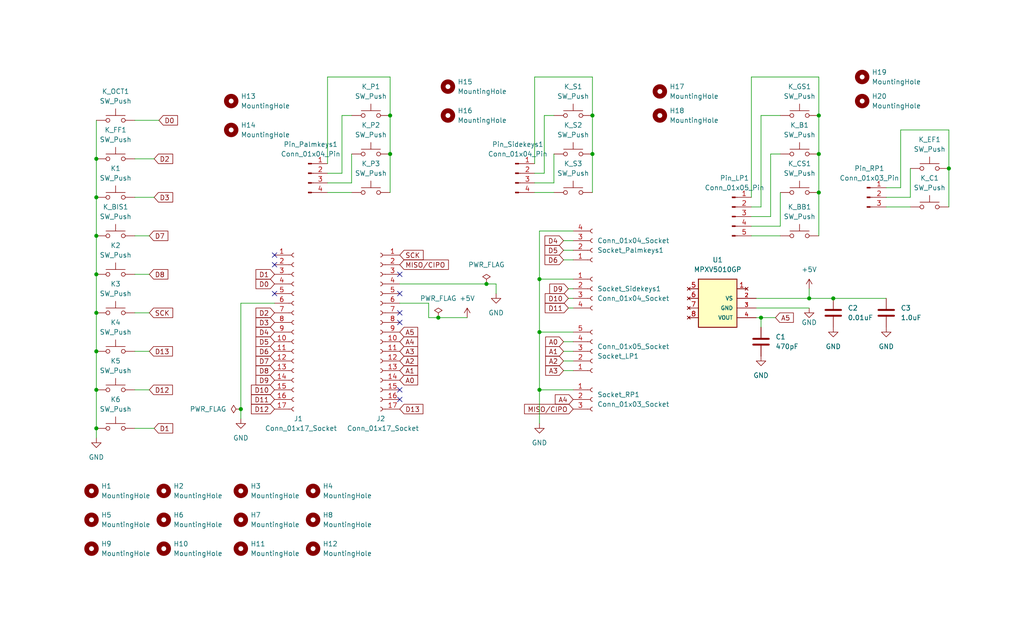
<source format=kicad_sch>
(kicad_sch (version 20230121) (generator eeschema)

  (uuid 6b8bab8c-2f11-4e57-a0f1-00c77e13c6b5)

  (paper "User" 270.002 170.002)

  (lib_symbols
    (symbol "Connector:Conn_01x03_Pin" (pin_names (offset 1.016) hide) (in_bom yes) (on_board yes)
      (property "Reference" "J" (at 0 5.08 0)
        (effects (font (size 1.27 1.27)))
      )
      (property "Value" "Conn_01x03_Pin" (at 0 -5.08 0)
        (effects (font (size 1.27 1.27)))
      )
      (property "Footprint" "" (at 0 0 0)
        (effects (font (size 1.27 1.27)) hide)
      )
      (property "Datasheet" "~" (at 0 0 0)
        (effects (font (size 1.27 1.27)) hide)
      )
      (property "ki_locked" "" (at 0 0 0)
        (effects (font (size 1.27 1.27)))
      )
      (property "ki_keywords" "connector" (at 0 0 0)
        (effects (font (size 1.27 1.27)) hide)
      )
      (property "ki_description" "Generic connector, single row, 01x03, script generated" (at 0 0 0)
        (effects (font (size 1.27 1.27)) hide)
      )
      (property "ki_fp_filters" "Connector*:*_1x??_*" (at 0 0 0)
        (effects (font (size 1.27 1.27)) hide)
      )
      (symbol "Conn_01x03_Pin_1_1"
        (polyline
          (pts
            (xy 1.27 -2.54)
            (xy 0.8636 -2.54)
          )
          (stroke (width 0.1524) (type default))
          (fill (type none))
        )
        (polyline
          (pts
            (xy 1.27 0)
            (xy 0.8636 0)
          )
          (stroke (width 0.1524) (type default))
          (fill (type none))
        )
        (polyline
          (pts
            (xy 1.27 2.54)
            (xy 0.8636 2.54)
          )
          (stroke (width 0.1524) (type default))
          (fill (type none))
        )
        (rectangle (start 0.8636 -2.413) (end 0 -2.667)
          (stroke (width 0.1524) (type default))
          (fill (type outline))
        )
        (rectangle (start 0.8636 0.127) (end 0 -0.127)
          (stroke (width 0.1524) (type default))
          (fill (type outline))
        )
        (rectangle (start 0.8636 2.667) (end 0 2.413)
          (stroke (width 0.1524) (type default))
          (fill (type outline))
        )
        (pin passive line (at 5.08 2.54 180) (length 3.81)
          (name "Pin_1" (effects (font (size 1.27 1.27))))
          (number "1" (effects (font (size 1.27 1.27))))
        )
        (pin passive line (at 5.08 0 180) (length 3.81)
          (name "Pin_2" (effects (font (size 1.27 1.27))))
          (number "2" (effects (font (size 1.27 1.27))))
        )
        (pin passive line (at 5.08 -2.54 180) (length 3.81)
          (name "Pin_3" (effects (font (size 1.27 1.27))))
          (number "3" (effects (font (size 1.27 1.27))))
        )
      )
    )
    (symbol "Connector:Conn_01x03_Socket" (pin_names (offset 1.016) hide) (in_bom yes) (on_board yes)
      (property "Reference" "J" (at 0 5.08 0)
        (effects (font (size 1.27 1.27)))
      )
      (property "Value" "Conn_01x03_Socket" (at 0 -5.08 0)
        (effects (font (size 1.27 1.27)))
      )
      (property "Footprint" "" (at 0 0 0)
        (effects (font (size 1.27 1.27)) hide)
      )
      (property "Datasheet" "~" (at 0 0 0)
        (effects (font (size 1.27 1.27)) hide)
      )
      (property "ki_locked" "" (at 0 0 0)
        (effects (font (size 1.27 1.27)))
      )
      (property "ki_keywords" "connector" (at 0 0 0)
        (effects (font (size 1.27 1.27)) hide)
      )
      (property "ki_description" "Generic connector, single row, 01x03, script generated" (at 0 0 0)
        (effects (font (size 1.27 1.27)) hide)
      )
      (property "ki_fp_filters" "Connector*:*_1x??_*" (at 0 0 0)
        (effects (font (size 1.27 1.27)) hide)
      )
      (symbol "Conn_01x03_Socket_1_1"
        (arc (start 0 -2.032) (mid -0.5058 -2.54) (end 0 -3.048)
          (stroke (width 0.1524) (type default))
          (fill (type none))
        )
        (polyline
          (pts
            (xy -1.27 -2.54)
            (xy -0.508 -2.54)
          )
          (stroke (width 0.1524) (type default))
          (fill (type none))
        )
        (polyline
          (pts
            (xy -1.27 0)
            (xy -0.508 0)
          )
          (stroke (width 0.1524) (type default))
          (fill (type none))
        )
        (polyline
          (pts
            (xy -1.27 2.54)
            (xy -0.508 2.54)
          )
          (stroke (width 0.1524) (type default))
          (fill (type none))
        )
        (arc (start 0 0.508) (mid -0.5058 0) (end 0 -0.508)
          (stroke (width 0.1524) (type default))
          (fill (type none))
        )
        (arc (start 0 3.048) (mid -0.5058 2.54) (end 0 2.032)
          (stroke (width 0.1524) (type default))
          (fill (type none))
        )
        (pin passive line (at -5.08 2.54 0) (length 3.81)
          (name "Pin_1" (effects (font (size 1.27 1.27))))
          (number "1" (effects (font (size 1.27 1.27))))
        )
        (pin passive line (at -5.08 0 0) (length 3.81)
          (name "Pin_2" (effects (font (size 1.27 1.27))))
          (number "2" (effects (font (size 1.27 1.27))))
        )
        (pin passive line (at -5.08 -2.54 0) (length 3.81)
          (name "Pin_3" (effects (font (size 1.27 1.27))))
          (number "3" (effects (font (size 1.27 1.27))))
        )
      )
    )
    (symbol "Connector:Conn_01x04_Pin" (pin_names (offset 1.016) hide) (in_bom yes) (on_board yes)
      (property "Reference" "J" (at 0 5.08 0)
        (effects (font (size 1.27 1.27)))
      )
      (property "Value" "Conn_01x04_Pin" (at 0 -7.62 0)
        (effects (font (size 1.27 1.27)))
      )
      (property "Footprint" "" (at 0 0 0)
        (effects (font (size 1.27 1.27)) hide)
      )
      (property "Datasheet" "~" (at 0 0 0)
        (effects (font (size 1.27 1.27)) hide)
      )
      (property "ki_locked" "" (at 0 0 0)
        (effects (font (size 1.27 1.27)))
      )
      (property "ki_keywords" "connector" (at 0 0 0)
        (effects (font (size 1.27 1.27)) hide)
      )
      (property "ki_description" "Generic connector, single row, 01x04, script generated" (at 0 0 0)
        (effects (font (size 1.27 1.27)) hide)
      )
      (property "ki_fp_filters" "Connector*:*_1x??_*" (at 0 0 0)
        (effects (font (size 1.27 1.27)) hide)
      )
      (symbol "Conn_01x04_Pin_1_1"
        (polyline
          (pts
            (xy 1.27 -5.08)
            (xy 0.8636 -5.08)
          )
          (stroke (width 0.1524) (type default))
          (fill (type none))
        )
        (polyline
          (pts
            (xy 1.27 -2.54)
            (xy 0.8636 -2.54)
          )
          (stroke (width 0.1524) (type default))
          (fill (type none))
        )
        (polyline
          (pts
            (xy 1.27 0)
            (xy 0.8636 0)
          )
          (stroke (width 0.1524) (type default))
          (fill (type none))
        )
        (polyline
          (pts
            (xy 1.27 2.54)
            (xy 0.8636 2.54)
          )
          (stroke (width 0.1524) (type default))
          (fill (type none))
        )
        (rectangle (start 0.8636 -4.953) (end 0 -5.207)
          (stroke (width 0.1524) (type default))
          (fill (type outline))
        )
        (rectangle (start 0.8636 -2.413) (end 0 -2.667)
          (stroke (width 0.1524) (type default))
          (fill (type outline))
        )
        (rectangle (start 0.8636 0.127) (end 0 -0.127)
          (stroke (width 0.1524) (type default))
          (fill (type outline))
        )
        (rectangle (start 0.8636 2.667) (end 0 2.413)
          (stroke (width 0.1524) (type default))
          (fill (type outline))
        )
        (pin passive line (at 5.08 2.54 180) (length 3.81)
          (name "Pin_1" (effects (font (size 1.27 1.27))))
          (number "1" (effects (font (size 1.27 1.27))))
        )
        (pin passive line (at 5.08 0 180) (length 3.81)
          (name "Pin_2" (effects (font (size 1.27 1.27))))
          (number "2" (effects (font (size 1.27 1.27))))
        )
        (pin passive line (at 5.08 -2.54 180) (length 3.81)
          (name "Pin_3" (effects (font (size 1.27 1.27))))
          (number "3" (effects (font (size 1.27 1.27))))
        )
        (pin passive line (at 5.08 -5.08 180) (length 3.81)
          (name "Pin_4" (effects (font (size 1.27 1.27))))
          (number "4" (effects (font (size 1.27 1.27))))
        )
      )
    )
    (symbol "Connector:Conn_01x04_Socket" (pin_names (offset 1.016) hide) (in_bom yes) (on_board yes)
      (property "Reference" "J" (at 0 5.08 0)
        (effects (font (size 1.27 1.27)))
      )
      (property "Value" "Conn_01x04_Socket" (at 0 -7.62 0)
        (effects (font (size 1.27 1.27)))
      )
      (property "Footprint" "" (at 0 0 0)
        (effects (font (size 1.27 1.27)) hide)
      )
      (property "Datasheet" "~" (at 0 0 0)
        (effects (font (size 1.27 1.27)) hide)
      )
      (property "ki_locked" "" (at 0 0 0)
        (effects (font (size 1.27 1.27)))
      )
      (property "ki_keywords" "connector" (at 0 0 0)
        (effects (font (size 1.27 1.27)) hide)
      )
      (property "ki_description" "Generic connector, single row, 01x04, script generated" (at 0 0 0)
        (effects (font (size 1.27 1.27)) hide)
      )
      (property "ki_fp_filters" "Connector*:*_1x??_*" (at 0 0 0)
        (effects (font (size 1.27 1.27)) hide)
      )
      (symbol "Conn_01x04_Socket_1_1"
        (arc (start 0 -4.572) (mid -0.5058 -5.08) (end 0 -5.588)
          (stroke (width 0.1524) (type default))
          (fill (type none))
        )
        (arc (start 0 -2.032) (mid -0.5058 -2.54) (end 0 -3.048)
          (stroke (width 0.1524) (type default))
          (fill (type none))
        )
        (polyline
          (pts
            (xy -1.27 -5.08)
            (xy -0.508 -5.08)
          )
          (stroke (width 0.1524) (type default))
          (fill (type none))
        )
        (polyline
          (pts
            (xy -1.27 -2.54)
            (xy -0.508 -2.54)
          )
          (stroke (width 0.1524) (type default))
          (fill (type none))
        )
        (polyline
          (pts
            (xy -1.27 0)
            (xy -0.508 0)
          )
          (stroke (width 0.1524) (type default))
          (fill (type none))
        )
        (polyline
          (pts
            (xy -1.27 2.54)
            (xy -0.508 2.54)
          )
          (stroke (width 0.1524) (type default))
          (fill (type none))
        )
        (arc (start 0 0.508) (mid -0.5058 0) (end 0 -0.508)
          (stroke (width 0.1524) (type default))
          (fill (type none))
        )
        (arc (start 0 3.048) (mid -0.5058 2.54) (end 0 2.032)
          (stroke (width 0.1524) (type default))
          (fill (type none))
        )
        (pin passive line (at -5.08 2.54 0) (length 3.81)
          (name "Pin_1" (effects (font (size 1.27 1.27))))
          (number "1" (effects (font (size 1.27 1.27))))
        )
        (pin passive line (at -5.08 0 0) (length 3.81)
          (name "Pin_2" (effects (font (size 1.27 1.27))))
          (number "2" (effects (font (size 1.27 1.27))))
        )
        (pin passive line (at -5.08 -2.54 0) (length 3.81)
          (name "Pin_3" (effects (font (size 1.27 1.27))))
          (number "3" (effects (font (size 1.27 1.27))))
        )
        (pin passive line (at -5.08 -5.08 0) (length 3.81)
          (name "Pin_4" (effects (font (size 1.27 1.27))))
          (number "4" (effects (font (size 1.27 1.27))))
        )
      )
    )
    (symbol "Connector:Conn_01x05_Pin" (pin_names (offset 1.016) hide) (in_bom yes) (on_board yes)
      (property "Reference" "J" (at 0 7.62 0)
        (effects (font (size 1.27 1.27)))
      )
      (property "Value" "Conn_01x05_Pin" (at 0 -7.62 0)
        (effects (font (size 1.27 1.27)))
      )
      (property "Footprint" "" (at 0 0 0)
        (effects (font (size 1.27 1.27)) hide)
      )
      (property "Datasheet" "~" (at 0 0 0)
        (effects (font (size 1.27 1.27)) hide)
      )
      (property "ki_locked" "" (at 0 0 0)
        (effects (font (size 1.27 1.27)))
      )
      (property "ki_keywords" "connector" (at 0 0 0)
        (effects (font (size 1.27 1.27)) hide)
      )
      (property "ki_description" "Generic connector, single row, 01x05, script generated" (at 0 0 0)
        (effects (font (size 1.27 1.27)) hide)
      )
      (property "ki_fp_filters" "Connector*:*_1x??_*" (at 0 0 0)
        (effects (font (size 1.27 1.27)) hide)
      )
      (symbol "Conn_01x05_Pin_1_1"
        (polyline
          (pts
            (xy 1.27 -5.08)
            (xy 0.8636 -5.08)
          )
          (stroke (width 0.1524) (type default))
          (fill (type none))
        )
        (polyline
          (pts
            (xy 1.27 -2.54)
            (xy 0.8636 -2.54)
          )
          (stroke (width 0.1524) (type default))
          (fill (type none))
        )
        (polyline
          (pts
            (xy 1.27 0)
            (xy 0.8636 0)
          )
          (stroke (width 0.1524) (type default))
          (fill (type none))
        )
        (polyline
          (pts
            (xy 1.27 2.54)
            (xy 0.8636 2.54)
          )
          (stroke (width 0.1524) (type default))
          (fill (type none))
        )
        (polyline
          (pts
            (xy 1.27 5.08)
            (xy 0.8636 5.08)
          )
          (stroke (width 0.1524) (type default))
          (fill (type none))
        )
        (rectangle (start 0.8636 -4.953) (end 0 -5.207)
          (stroke (width 0.1524) (type default))
          (fill (type outline))
        )
        (rectangle (start 0.8636 -2.413) (end 0 -2.667)
          (stroke (width 0.1524) (type default))
          (fill (type outline))
        )
        (rectangle (start 0.8636 0.127) (end 0 -0.127)
          (stroke (width 0.1524) (type default))
          (fill (type outline))
        )
        (rectangle (start 0.8636 2.667) (end 0 2.413)
          (stroke (width 0.1524) (type default))
          (fill (type outline))
        )
        (rectangle (start 0.8636 5.207) (end 0 4.953)
          (stroke (width 0.1524) (type default))
          (fill (type outline))
        )
        (pin passive line (at 5.08 5.08 180) (length 3.81)
          (name "Pin_1" (effects (font (size 1.27 1.27))))
          (number "1" (effects (font (size 1.27 1.27))))
        )
        (pin passive line (at 5.08 2.54 180) (length 3.81)
          (name "Pin_2" (effects (font (size 1.27 1.27))))
          (number "2" (effects (font (size 1.27 1.27))))
        )
        (pin passive line (at 5.08 0 180) (length 3.81)
          (name "Pin_3" (effects (font (size 1.27 1.27))))
          (number "3" (effects (font (size 1.27 1.27))))
        )
        (pin passive line (at 5.08 -2.54 180) (length 3.81)
          (name "Pin_4" (effects (font (size 1.27 1.27))))
          (number "4" (effects (font (size 1.27 1.27))))
        )
        (pin passive line (at 5.08 -5.08 180) (length 3.81)
          (name "Pin_5" (effects (font (size 1.27 1.27))))
          (number "5" (effects (font (size 1.27 1.27))))
        )
      )
    )
    (symbol "Connector:Conn_01x05_Socket" (pin_names (offset 1.016) hide) (in_bom yes) (on_board yes)
      (property "Reference" "J" (at 0 7.62 0)
        (effects (font (size 1.27 1.27)))
      )
      (property "Value" "Conn_01x05_Socket" (at 0 -7.62 0)
        (effects (font (size 1.27 1.27)))
      )
      (property "Footprint" "" (at 0 0 0)
        (effects (font (size 1.27 1.27)) hide)
      )
      (property "Datasheet" "~" (at 0 0 0)
        (effects (font (size 1.27 1.27)) hide)
      )
      (property "ki_locked" "" (at 0 0 0)
        (effects (font (size 1.27 1.27)))
      )
      (property "ki_keywords" "connector" (at 0 0 0)
        (effects (font (size 1.27 1.27)) hide)
      )
      (property "ki_description" "Generic connector, single row, 01x05, script generated" (at 0 0 0)
        (effects (font (size 1.27 1.27)) hide)
      )
      (property "ki_fp_filters" "Connector*:*_1x??_*" (at 0 0 0)
        (effects (font (size 1.27 1.27)) hide)
      )
      (symbol "Conn_01x05_Socket_1_1"
        (arc (start 0 -4.572) (mid -0.5058 -5.08) (end 0 -5.588)
          (stroke (width 0.1524) (type default))
          (fill (type none))
        )
        (arc (start 0 -2.032) (mid -0.5058 -2.54) (end 0 -3.048)
          (stroke (width 0.1524) (type default))
          (fill (type none))
        )
        (polyline
          (pts
            (xy -1.27 -5.08)
            (xy -0.508 -5.08)
          )
          (stroke (width 0.1524) (type default))
          (fill (type none))
        )
        (polyline
          (pts
            (xy -1.27 -2.54)
            (xy -0.508 -2.54)
          )
          (stroke (width 0.1524) (type default))
          (fill (type none))
        )
        (polyline
          (pts
            (xy -1.27 0)
            (xy -0.508 0)
          )
          (stroke (width 0.1524) (type default))
          (fill (type none))
        )
        (polyline
          (pts
            (xy -1.27 2.54)
            (xy -0.508 2.54)
          )
          (stroke (width 0.1524) (type default))
          (fill (type none))
        )
        (polyline
          (pts
            (xy -1.27 5.08)
            (xy -0.508 5.08)
          )
          (stroke (width 0.1524) (type default))
          (fill (type none))
        )
        (arc (start 0 0.508) (mid -0.5058 0) (end 0 -0.508)
          (stroke (width 0.1524) (type default))
          (fill (type none))
        )
        (arc (start 0 3.048) (mid -0.5058 2.54) (end 0 2.032)
          (stroke (width 0.1524) (type default))
          (fill (type none))
        )
        (arc (start 0 5.588) (mid -0.5058 5.08) (end 0 4.572)
          (stroke (width 0.1524) (type default))
          (fill (type none))
        )
        (pin passive line (at -5.08 5.08 0) (length 3.81)
          (name "Pin_1" (effects (font (size 1.27 1.27))))
          (number "1" (effects (font (size 1.27 1.27))))
        )
        (pin passive line (at -5.08 2.54 0) (length 3.81)
          (name "Pin_2" (effects (font (size 1.27 1.27))))
          (number "2" (effects (font (size 1.27 1.27))))
        )
        (pin passive line (at -5.08 0 0) (length 3.81)
          (name "Pin_3" (effects (font (size 1.27 1.27))))
          (number "3" (effects (font (size 1.27 1.27))))
        )
        (pin passive line (at -5.08 -2.54 0) (length 3.81)
          (name "Pin_4" (effects (font (size 1.27 1.27))))
          (number "4" (effects (font (size 1.27 1.27))))
        )
        (pin passive line (at -5.08 -5.08 0) (length 3.81)
          (name "Pin_5" (effects (font (size 1.27 1.27))))
          (number "5" (effects (font (size 1.27 1.27))))
        )
      )
    )
    (symbol "Connector:Conn_01x17_Socket" (pin_names (offset 1.016) hide) (in_bom yes) (on_board yes)
      (property "Reference" "J" (at 0 22.86 0)
        (effects (font (size 1.27 1.27)))
      )
      (property "Value" "Conn_01x17_Socket" (at 0 -22.86 0)
        (effects (font (size 1.27 1.27)))
      )
      (property "Footprint" "" (at 0 0 0)
        (effects (font (size 1.27 1.27)) hide)
      )
      (property "Datasheet" "~" (at 0 0 0)
        (effects (font (size 1.27 1.27)) hide)
      )
      (property "ki_locked" "" (at 0 0 0)
        (effects (font (size 1.27 1.27)))
      )
      (property "ki_keywords" "connector" (at 0 0 0)
        (effects (font (size 1.27 1.27)) hide)
      )
      (property "ki_description" "Generic connector, single row, 01x17, script generated" (at 0 0 0)
        (effects (font (size 1.27 1.27)) hide)
      )
      (property "ki_fp_filters" "Connector*:*_1x??_*" (at 0 0 0)
        (effects (font (size 1.27 1.27)) hide)
      )
      (symbol "Conn_01x17_Socket_1_1"
        (arc (start 0 -19.812) (mid -0.5058 -20.32) (end 0 -20.828)
          (stroke (width 0.1524) (type default))
          (fill (type none))
        )
        (arc (start 0 -17.272) (mid -0.5058 -17.78) (end 0 -18.288)
          (stroke (width 0.1524) (type default))
          (fill (type none))
        )
        (arc (start 0 -14.732) (mid -0.5058 -15.24) (end 0 -15.748)
          (stroke (width 0.1524) (type default))
          (fill (type none))
        )
        (arc (start 0 -12.192) (mid -0.5058 -12.7) (end 0 -13.208)
          (stroke (width 0.1524) (type default))
          (fill (type none))
        )
        (arc (start 0 -9.652) (mid -0.5058 -10.16) (end 0 -10.668)
          (stroke (width 0.1524) (type default))
          (fill (type none))
        )
        (arc (start 0 -7.112) (mid -0.5058 -7.62) (end 0 -8.128)
          (stroke (width 0.1524) (type default))
          (fill (type none))
        )
        (arc (start 0 -4.572) (mid -0.5058 -5.08) (end 0 -5.588)
          (stroke (width 0.1524) (type default))
          (fill (type none))
        )
        (arc (start 0 -2.032) (mid -0.5058 -2.54) (end 0 -3.048)
          (stroke (width 0.1524) (type default))
          (fill (type none))
        )
        (polyline
          (pts
            (xy -1.27 -20.32)
            (xy -0.508 -20.32)
          )
          (stroke (width 0.1524) (type default))
          (fill (type none))
        )
        (polyline
          (pts
            (xy -1.27 -17.78)
            (xy -0.508 -17.78)
          )
          (stroke (width 0.1524) (type default))
          (fill (type none))
        )
        (polyline
          (pts
            (xy -1.27 -15.24)
            (xy -0.508 -15.24)
          )
          (stroke (width 0.1524) (type default))
          (fill (type none))
        )
        (polyline
          (pts
            (xy -1.27 -12.7)
            (xy -0.508 -12.7)
          )
          (stroke (width 0.1524) (type default))
          (fill (type none))
        )
        (polyline
          (pts
            (xy -1.27 -10.16)
            (xy -0.508 -10.16)
          )
          (stroke (width 0.1524) (type default))
          (fill (type none))
        )
        (polyline
          (pts
            (xy -1.27 -7.62)
            (xy -0.508 -7.62)
          )
          (stroke (width 0.1524) (type default))
          (fill (type none))
        )
        (polyline
          (pts
            (xy -1.27 -5.08)
            (xy -0.508 -5.08)
          )
          (stroke (width 0.1524) (type default))
          (fill (type none))
        )
        (polyline
          (pts
            (xy -1.27 -2.54)
            (xy -0.508 -2.54)
          )
          (stroke (width 0.1524) (type default))
          (fill (type none))
        )
        (polyline
          (pts
            (xy -1.27 0)
            (xy -0.508 0)
          )
          (stroke (width 0.1524) (type default))
          (fill (type none))
        )
        (polyline
          (pts
            (xy -1.27 2.54)
            (xy -0.508 2.54)
          )
          (stroke (width 0.1524) (type default))
          (fill (type none))
        )
        (polyline
          (pts
            (xy -1.27 5.08)
            (xy -0.508 5.08)
          )
          (stroke (width 0.1524) (type default))
          (fill (type none))
        )
        (polyline
          (pts
            (xy -1.27 7.62)
            (xy -0.508 7.62)
          )
          (stroke (width 0.1524) (type default))
          (fill (type none))
        )
        (polyline
          (pts
            (xy -1.27 10.16)
            (xy -0.508 10.16)
          )
          (stroke (width 0.1524) (type default))
          (fill (type none))
        )
        (polyline
          (pts
            (xy -1.27 12.7)
            (xy -0.508 12.7)
          )
          (stroke (width 0.1524) (type default))
          (fill (type none))
        )
        (polyline
          (pts
            (xy -1.27 15.24)
            (xy -0.508 15.24)
          )
          (stroke (width 0.1524) (type default))
          (fill (type none))
        )
        (polyline
          (pts
            (xy -1.27 17.78)
            (xy -0.508 17.78)
          )
          (stroke (width 0.1524) (type default))
          (fill (type none))
        )
        (polyline
          (pts
            (xy -1.27 20.32)
            (xy -0.508 20.32)
          )
          (stroke (width 0.1524) (type default))
          (fill (type none))
        )
        (arc (start 0 0.508) (mid -0.5058 0) (end 0 -0.508)
          (stroke (width 0.1524) (type default))
          (fill (type none))
        )
        (arc (start 0 3.048) (mid -0.5058 2.54) (end 0 2.032)
          (stroke (width 0.1524) (type default))
          (fill (type none))
        )
        (arc (start 0 5.588) (mid -0.5058 5.08) (end 0 4.572)
          (stroke (width 0.1524) (type default))
          (fill (type none))
        )
        (arc (start 0 8.128) (mid -0.5058 7.62) (end 0 7.112)
          (stroke (width 0.1524) (type default))
          (fill (type none))
        )
        (arc (start 0 10.668) (mid -0.5058 10.16) (end 0 9.652)
          (stroke (width 0.1524) (type default))
          (fill (type none))
        )
        (arc (start 0 13.208) (mid -0.5058 12.7) (end 0 12.192)
          (stroke (width 0.1524) (type default))
          (fill (type none))
        )
        (arc (start 0 15.748) (mid -0.5058 15.24) (end 0 14.732)
          (stroke (width 0.1524) (type default))
          (fill (type none))
        )
        (arc (start 0 18.288) (mid -0.5058 17.78) (end 0 17.272)
          (stroke (width 0.1524) (type default))
          (fill (type none))
        )
        (arc (start 0 20.828) (mid -0.5058 20.32) (end 0 19.812)
          (stroke (width 0.1524) (type default))
          (fill (type none))
        )
        (pin passive line (at -5.08 20.32 0) (length 3.81)
          (name "Pin_1" (effects (font (size 1.27 1.27))))
          (number "1" (effects (font (size 1.27 1.27))))
        )
        (pin passive line (at -5.08 -2.54 0) (length 3.81)
          (name "Pin_10" (effects (font (size 1.27 1.27))))
          (number "10" (effects (font (size 1.27 1.27))))
        )
        (pin passive line (at -5.08 -5.08 0) (length 3.81)
          (name "Pin_11" (effects (font (size 1.27 1.27))))
          (number "11" (effects (font (size 1.27 1.27))))
        )
        (pin passive line (at -5.08 -7.62 0) (length 3.81)
          (name "Pin_12" (effects (font (size 1.27 1.27))))
          (number "12" (effects (font (size 1.27 1.27))))
        )
        (pin passive line (at -5.08 -10.16 0) (length 3.81)
          (name "Pin_13" (effects (font (size 1.27 1.27))))
          (number "13" (effects (font (size 1.27 1.27))))
        )
        (pin passive line (at -5.08 -12.7 0) (length 3.81)
          (name "Pin_14" (effects (font (size 1.27 1.27))))
          (number "14" (effects (font (size 1.27 1.27))))
        )
        (pin passive line (at -5.08 -15.24 0) (length 3.81)
          (name "Pin_15" (effects (font (size 1.27 1.27))))
          (number "15" (effects (font (size 1.27 1.27))))
        )
        (pin passive line (at -5.08 -17.78 0) (length 3.81)
          (name "Pin_16" (effects (font (size 1.27 1.27))))
          (number "16" (effects (font (size 1.27 1.27))))
        )
        (pin passive line (at -5.08 -20.32 0) (length 3.81)
          (name "Pin_17" (effects (font (size 1.27 1.27))))
          (number "17" (effects (font (size 1.27 1.27))))
        )
        (pin passive line (at -5.08 17.78 0) (length 3.81)
          (name "Pin_2" (effects (font (size 1.27 1.27))))
          (number "2" (effects (font (size 1.27 1.27))))
        )
        (pin passive line (at -5.08 15.24 0) (length 3.81)
          (name "Pin_3" (effects (font (size 1.27 1.27))))
          (number "3" (effects (font (size 1.27 1.27))))
        )
        (pin passive line (at -5.08 12.7 0) (length 3.81)
          (name "Pin_4" (effects (font (size 1.27 1.27))))
          (number "4" (effects (font (size 1.27 1.27))))
        )
        (pin passive line (at -5.08 10.16 0) (length 3.81)
          (name "Pin_5" (effects (font (size 1.27 1.27))))
          (number "5" (effects (font (size 1.27 1.27))))
        )
        (pin passive line (at -5.08 7.62 0) (length 3.81)
          (name "Pin_6" (effects (font (size 1.27 1.27))))
          (number "6" (effects (font (size 1.27 1.27))))
        )
        (pin passive line (at -5.08 5.08 0) (length 3.81)
          (name "Pin_7" (effects (font (size 1.27 1.27))))
          (number "7" (effects (font (size 1.27 1.27))))
        )
        (pin passive line (at -5.08 2.54 0) (length 3.81)
          (name "Pin_8" (effects (font (size 1.27 1.27))))
          (number "8" (effects (font (size 1.27 1.27))))
        )
        (pin passive line (at -5.08 0 0) (length 3.81)
          (name "Pin_9" (effects (font (size 1.27 1.27))))
          (number "9" (effects (font (size 1.27 1.27))))
        )
      )
    )
    (symbol "Device:C" (pin_numbers hide) (pin_names (offset 0.254)) (in_bom yes) (on_board yes)
      (property "Reference" "C" (at 0.635 2.54 0)
        (effects (font (size 1.27 1.27)) (justify left))
      )
      (property "Value" "C" (at 0.635 -2.54 0)
        (effects (font (size 1.27 1.27)) (justify left))
      )
      (property "Footprint" "" (at 0.9652 -3.81 0)
        (effects (font (size 1.27 1.27)) hide)
      )
      (property "Datasheet" "~" (at 0 0 0)
        (effects (font (size 1.27 1.27)) hide)
      )
      (property "ki_keywords" "cap capacitor" (at 0 0 0)
        (effects (font (size 1.27 1.27)) hide)
      )
      (property "ki_description" "Unpolarized capacitor" (at 0 0 0)
        (effects (font (size 1.27 1.27)) hide)
      )
      (property "ki_fp_filters" "C_*" (at 0 0 0)
        (effects (font (size 1.27 1.27)) hide)
      )
      (symbol "C_0_1"
        (polyline
          (pts
            (xy -2.032 -0.762)
            (xy 2.032 -0.762)
          )
          (stroke (width 0.508) (type default))
          (fill (type none))
        )
        (polyline
          (pts
            (xy -2.032 0.762)
            (xy 2.032 0.762)
          )
          (stroke (width 0.508) (type default))
          (fill (type none))
        )
      )
      (symbol "C_1_1"
        (pin passive line (at 0 3.81 270) (length 2.794)
          (name "~" (effects (font (size 1.27 1.27))))
          (number "1" (effects (font (size 1.27 1.27))))
        )
        (pin passive line (at 0 -3.81 90) (length 2.794)
          (name "~" (effects (font (size 1.27 1.27))))
          (number "2" (effects (font (size 1.27 1.27))))
        )
      )
    )
    (symbol "MPXV5010GP:MPXV5010GP" (pin_names (offset 1.016)) (in_bom yes) (on_board yes)
      (property "Reference" "U1" (at 0 13.97 0)
        (effects (font (size 1.27 1.27)))
      )
      (property "Value" "MPXV5010GP" (at 0 11.43 0)
        (effects (font (size 1.27 1.27)))
      )
      (property "Footprint" "More Pressure Sensors:SOIC254P1821X762-8N" (at 0 12.7 0)
        (effects (font (size 1.27 1.27)) (justify bottom) hide)
      )
      (property "Datasheet" "https://www.nxp.com/docs/en/data-sheet/MPX5010.pdf" (at 0 11.43 0)
        (effects (font (size 1.27 1.27)) hide)
      )
      (property "STANDARD" "IPC-7351B" (at 0 0 0)
        (effects (font (size 1.27 1.27)) (justify bottom) hide)
      )
      (property "MANUFACTURER" "NXP" (at 0 0 0)
        (effects (font (size 1.27 1.27)) (justify bottom) hide)
      )
      (symbol "MPXV5010GP_0_0"
        (rectangle (start -5.08 8.89) (end 5.08 -3.81)
          (stroke (width 0.254) (type default))
          (fill (type background))
        )
        (pin no_connect line (at 7.62 6.35 180) (length 2.54)
          (name "" (effects (font (size 1.27 1.27))))
          (number "1" (effects (font (size 1.27 1.27))))
        )
        (pin power_in line (at 10.16 3.81 180) (length 5.08)
          (name "VS" (effects (font (size 1.016 1.016))))
          (number "2" (effects (font (size 1.016 1.016))))
        )
        (pin power_in line (at 10.16 1.27 180) (length 5.08)
          (name "GND" (effects (font (size 1.016 1.016))))
          (number "3" (effects (font (size 1.016 1.016))))
        )
        (pin output line (at 10.16 -1.27 180) (length 5.08)
          (name "VOUT" (effects (font (size 1.016 1.016))))
          (number "4" (effects (font (size 1.016 1.016))))
        )
        (pin no_connect line (at -7.62 6.35 0) (length 2.54)
          (name "" (effects (font (size 1.27 1.27))))
          (number "5" (effects (font (size 1.27 1.27))))
        )
        (pin no_connect line (at -7.62 3.81 0) (length 2.54)
          (name "" (effects (font (size 1.27 1.27))))
          (number "6" (effects (font (size 1.27 1.27))))
        )
        (pin no_connect line (at -7.62 1.27 0) (length 2.54)
          (name "" (effects (font (size 1.27 1.27))))
          (number "7" (effects (font (size 1.27 1.27))))
        )
        (pin no_connect line (at -7.62 -1.27 0) (length 2.54)
          (name "" (effects (font (size 1.27 1.27))))
          (number "8" (effects (font (size 1.27 1.27))))
        )
      )
    )
    (symbol "Mechanical:MountingHole" (pin_names (offset 1.016)) (in_bom yes) (on_board yes)
      (property "Reference" "H" (at 0 5.08 0)
        (effects (font (size 1.27 1.27)))
      )
      (property "Value" "MountingHole" (at 0 3.175 0)
        (effects (font (size 1.27 1.27)))
      )
      (property "Footprint" "" (at 0 0 0)
        (effects (font (size 1.27 1.27)) hide)
      )
      (property "Datasheet" "~" (at 0 0 0)
        (effects (font (size 1.27 1.27)) hide)
      )
      (property "ki_keywords" "mounting hole" (at 0 0 0)
        (effects (font (size 1.27 1.27)) hide)
      )
      (property "ki_description" "Mounting Hole without connection" (at 0 0 0)
        (effects (font (size 1.27 1.27)) hide)
      )
      (property "ki_fp_filters" "MountingHole*" (at 0 0 0)
        (effects (font (size 1.27 1.27)) hide)
      )
      (symbol "MountingHole_0_1"
        (circle (center 0 0) (radius 1.27)
          (stroke (width 1.27) (type default))
          (fill (type none))
        )
      )
    )
    (symbol "Switch:SW_Push" (pin_numbers hide) (pin_names (offset 1.016) hide) (in_bom yes) (on_board yes)
      (property "Reference" "SW" (at 1.27 2.54 0)
        (effects (font (size 1.27 1.27)) (justify left))
      )
      (property "Value" "SW_Push" (at 0 -1.524 0)
        (effects (font (size 1.27 1.27)))
      )
      (property "Footprint" "" (at 0 5.08 0)
        (effects (font (size 1.27 1.27)) hide)
      )
      (property "Datasheet" "~" (at 0 5.08 0)
        (effects (font (size 1.27 1.27)) hide)
      )
      (property "ki_keywords" "switch normally-open pushbutton push-button" (at 0 0 0)
        (effects (font (size 1.27 1.27)) hide)
      )
      (property "ki_description" "Push button switch, generic, two pins" (at 0 0 0)
        (effects (font (size 1.27 1.27)) hide)
      )
      (symbol "SW_Push_0_1"
        (circle (center -2.032 0) (radius 0.508)
          (stroke (width 0) (type default))
          (fill (type none))
        )
        (polyline
          (pts
            (xy 0 1.27)
            (xy 0 3.048)
          )
          (stroke (width 0) (type default))
          (fill (type none))
        )
        (polyline
          (pts
            (xy 2.54 1.27)
            (xy -2.54 1.27)
          )
          (stroke (width 0) (type default))
          (fill (type none))
        )
        (circle (center 2.032 0) (radius 0.508)
          (stroke (width 0) (type default))
          (fill (type none))
        )
        (pin passive line (at -5.08 0 0) (length 2.54)
          (name "1" (effects (font (size 1.27 1.27))))
          (number "1" (effects (font (size 1.27 1.27))))
        )
        (pin passive line (at 5.08 0 180) (length 2.54)
          (name "2" (effects (font (size 1.27 1.27))))
          (number "2" (effects (font (size 1.27 1.27))))
        )
      )
    )
    (symbol "power:+5V" (power) (pin_names (offset 0)) (in_bom yes) (on_board yes)
      (property "Reference" "#PWR" (at 0 -3.81 0)
        (effects (font (size 1.27 1.27)) hide)
      )
      (property "Value" "+5V" (at 0 3.556 0)
        (effects (font (size 1.27 1.27)))
      )
      (property "Footprint" "" (at 0 0 0)
        (effects (font (size 1.27 1.27)) hide)
      )
      (property "Datasheet" "" (at 0 0 0)
        (effects (font (size 1.27 1.27)) hide)
      )
      (property "ki_keywords" "global power" (at 0 0 0)
        (effects (font (size 1.27 1.27)) hide)
      )
      (property "ki_description" "Power symbol creates a global label with name \"+5V\"" (at 0 0 0)
        (effects (font (size 1.27 1.27)) hide)
      )
      (symbol "+5V_0_1"
        (polyline
          (pts
            (xy -0.762 1.27)
            (xy 0 2.54)
          )
          (stroke (width 0) (type default))
          (fill (type none))
        )
        (polyline
          (pts
            (xy 0 0)
            (xy 0 2.54)
          )
          (stroke (width 0) (type default))
          (fill (type none))
        )
        (polyline
          (pts
            (xy 0 2.54)
            (xy 0.762 1.27)
          )
          (stroke (width 0) (type default))
          (fill (type none))
        )
      )
      (symbol "+5V_1_1"
        (pin power_in line (at 0 0 90) (length 0) hide
          (name "+5V" (effects (font (size 1.27 1.27))))
          (number "1" (effects (font (size 1.27 1.27))))
        )
      )
    )
    (symbol "power:GND" (power) (pin_names (offset 0)) (in_bom yes) (on_board yes)
      (property "Reference" "#PWR" (at 0 -6.35 0)
        (effects (font (size 1.27 1.27)) hide)
      )
      (property "Value" "GND" (at 0 -3.81 0)
        (effects (font (size 1.27 1.27)))
      )
      (property "Footprint" "" (at 0 0 0)
        (effects (font (size 1.27 1.27)) hide)
      )
      (property "Datasheet" "" (at 0 0 0)
        (effects (font (size 1.27 1.27)) hide)
      )
      (property "ki_keywords" "global power" (at 0 0 0)
        (effects (font (size 1.27 1.27)) hide)
      )
      (property "ki_description" "Power symbol creates a global label with name \"GND\" , ground" (at 0 0 0)
        (effects (font (size 1.27 1.27)) hide)
      )
      (symbol "GND_0_1"
        (polyline
          (pts
            (xy 0 0)
            (xy 0 -1.27)
            (xy 1.27 -1.27)
            (xy 0 -2.54)
            (xy -1.27 -1.27)
            (xy 0 -1.27)
          )
          (stroke (width 0) (type default))
          (fill (type none))
        )
      )
      (symbol "GND_1_1"
        (pin power_in line (at 0 0 270) (length 0) hide
          (name "GND" (effects (font (size 1.27 1.27))))
          (number "1" (effects (font (size 1.27 1.27))))
        )
      )
    )
    (symbol "power:PWR_FLAG" (power) (pin_numbers hide) (pin_names (offset 0) hide) (in_bom yes) (on_board yes)
      (property "Reference" "#FLG" (at 0 1.905 0)
        (effects (font (size 1.27 1.27)) hide)
      )
      (property "Value" "PWR_FLAG" (at 0 3.81 0)
        (effects (font (size 1.27 1.27)))
      )
      (property "Footprint" "" (at 0 0 0)
        (effects (font (size 1.27 1.27)) hide)
      )
      (property "Datasheet" "~" (at 0 0 0)
        (effects (font (size 1.27 1.27)) hide)
      )
      (property "ki_keywords" "flag power" (at 0 0 0)
        (effects (font (size 1.27 1.27)) hide)
      )
      (property "ki_description" "Special symbol for telling ERC where power comes from" (at 0 0 0)
        (effects (font (size 1.27 1.27)) hide)
      )
      (symbol "PWR_FLAG_0_0"
        (pin power_out line (at 0 0 90) (length 0)
          (name "pwr" (effects (font (size 1.27 1.27))))
          (number "1" (effects (font (size 1.27 1.27))))
        )
      )
      (symbol "PWR_FLAG_0_1"
        (polyline
          (pts
            (xy 0 0)
            (xy 0 1.27)
            (xy -1.016 1.905)
            (xy 0 2.54)
            (xy 1.016 1.905)
            (xy 0 1.27)
          )
          (stroke (width 0) (type default))
          (fill (type none))
        )
      )
    )
  )

  (junction (at 156.21 30.48) (diameter 0) (color 0 0 0 0)
    (uuid 055b9c16-9534-4f8e-ad11-2f5392532376)
  )
  (junction (at 102.87 40.64) (diameter 0) (color 0 0 0 0)
    (uuid 0a3a5b85-fbbe-44a9-9156-8f3232a5ca94)
  )
  (junction (at 25.4 62.23) (diameter 0) (color 0 0 0 0)
    (uuid 0ffc74ca-7048-4148-8945-101219d782a1)
  )
  (junction (at 219.71 78.74) (diameter 0) (color 0 0 0 0)
    (uuid 1288b9c9-02ff-4677-91e7-e07e61e64785)
  )
  (junction (at 25.4 41.91) (diameter 0) (color 0 0 0 0)
    (uuid 2393aed0-1045-4ac0-92ee-354cd75c045d)
  )
  (junction (at 215.9 50.8) (diameter 0) (color 0 0 0 0)
    (uuid 253aaf51-1aec-48b0-a994-031d365a88ba)
  )
  (junction (at 115.57 83.82) (diameter 0) (color 0 0 0 0)
    (uuid 33ebb540-4239-43f6-b89d-dd0979e80966)
  )
  (junction (at 25.4 72.39) (diameter 0) (color 0 0 0 0)
    (uuid 3f0535ab-3143-4006-b4d8-5fffd4a85e7e)
  )
  (junction (at 25.4 52.07) (diameter 0) (color 0 0 0 0)
    (uuid 4c311ef8-7cc6-4bb4-8232-65bece437097)
  )
  (junction (at 200.66 83.82) (diameter 0) (color 0 0 0 0)
    (uuid 4e907c19-39bb-4cd5-91a4-10a8396a1e14)
  )
  (junction (at 25.4 92.71) (diameter 0) (color 0 0 0 0)
    (uuid 6c71d8c1-684a-4f4f-b354-82078e201bf5)
  )
  (junction (at 250.19 44.45) (diameter 0) (color 0 0 0 0)
    (uuid 872003e3-1e82-43f7-903b-d47942a74e67)
  )
  (junction (at 128.27 74.93) (diameter 0) (color 0 0 0 0)
    (uuid 99237916-dee3-4d34-9887-8f59d4d9c7ad)
  )
  (junction (at 215.9 40.64) (diameter 0) (color 0 0 0 0)
    (uuid 9e924b96-0e96-42f2-bb1b-880af42c11d4)
  )
  (junction (at 102.87 30.48) (diameter 0) (color 0 0 0 0)
    (uuid b0609f12-8414-4536-a911-55c8c55dfd79)
  )
  (junction (at 142.24 102.87) (diameter 0) (color 0 0 0 0)
    (uuid c2083c3a-f127-42b6-9458-f171b68a7d84)
  )
  (junction (at 215.9 30.48) (diameter 0) (color 0 0 0 0)
    (uuid cc4b65c4-f91a-40c8-9d48-1b1b8607c502)
  )
  (junction (at 25.4 102.87) (diameter 0) (color 0 0 0 0)
    (uuid d445e6f3-44c3-4422-bf21-e63db2931e63)
  )
  (junction (at 63.5 107.95) (diameter 0) (color 0 0 0 0)
    (uuid d66825ca-06bf-4535-a3bb-6a3125d932ca)
  )
  (junction (at 25.4 82.55) (diameter 0) (color 0 0 0 0)
    (uuid dd6165ab-342d-4fe4-b2bf-63d63b8f8c32)
  )
  (junction (at 142.24 73.66) (diameter 0) (color 0 0 0 0)
    (uuid e9522b22-097d-4b06-8d6c-59efc363078d)
  )
  (junction (at 25.4 113.03) (diameter 0) (color 0 0 0 0)
    (uuid e9ba25dd-616a-45fe-958a-4852c6ac1b03)
  )
  (junction (at 142.24 87.63) (diameter 0) (color 0 0 0 0)
    (uuid f0a902f5-f5f2-4276-a227-2c4827636e41)
  )
  (junction (at 213.36 78.74) (diameter 0) (color 0 0 0 0)
    (uuid f6325fd7-e5de-4bfb-a9d1-e8a6df1f4ae9)
  )
  (junction (at 156.21 40.64) (diameter 0) (color 0 0 0 0)
    (uuid f8499263-c988-454f-86d6-e23345477a85)
  )

  (no_connect (at 72.39 69.85) (uuid 099052cb-1eb3-4a48-8a03-9fd13933efd7))
  (no_connect (at 105.41 72.39) (uuid 244babaa-be2f-4bb9-9004-7a674e7a9869))
  (no_connect (at 72.39 67.31) (uuid 66de0d31-b682-4f85-be95-0e3b958cd1d4))
  (no_connect (at 72.39 77.47) (uuid 686c9e37-a65d-4e87-96c6-4e16d7bcd02f))
  (no_connect (at 105.41 102.87) (uuid 6e05e7f9-99fe-44e5-9bdb-4422d3ce0aef))
  (no_connect (at 105.41 82.55) (uuid a6f1fe14-7628-461b-ae24-40a0f2f11425))
  (no_connect (at 105.41 105.41) (uuid c3b7425d-6321-45e2-9e7a-89c8ac581b74))
  (no_connect (at 105.41 85.09) (uuid e249f358-45ed-4c5c-aa17-05afd806ffed))
  (no_connect (at 105.41 77.47) (uuid e4a39218-b08c-4410-88b3-8eff0833330f))

  (wire (pts (xy 148.59 90.17) (xy 151.13 90.17))
    (stroke (width 0) (type default))
    (uuid 0457b9bb-1a4f-46d5-a03e-65ae932bdc28)
  )
  (wire (pts (xy 233.68 54.61) (xy 240.03 54.61))
    (stroke (width 0) (type default))
    (uuid 057c4a09-d04e-4430-a990-f603a53a14ed)
  )
  (wire (pts (xy 233.68 49.53) (xy 237.49 49.53))
    (stroke (width 0) (type default))
    (uuid 05b39956-820c-4b3b-8472-af2cd4dad372)
  )
  (wire (pts (xy 200.66 30.48) (xy 205.74 30.48))
    (stroke (width 0) (type default))
    (uuid 061e1b3a-17c1-4ca1-8b85-2633c9742cd6)
  )
  (wire (pts (xy 198.12 59.69) (xy 205.74 59.69))
    (stroke (width 0) (type default))
    (uuid 079d80fc-80a5-4448-824b-038472c639d0)
  )
  (wire (pts (xy 113.03 80.01) (xy 105.41 80.01))
    (stroke (width 0) (type default))
    (uuid 0d2d4e21-a9f8-4d66-b5d4-1074faf897a1)
  )
  (wire (pts (xy 142.24 87.63) (xy 142.24 102.87))
    (stroke (width 0) (type default))
    (uuid 1132a851-c0e1-4c7e-b33f-085022e3dfaa)
  )
  (wire (pts (xy 213.36 76.2) (xy 213.36 78.74))
    (stroke (width 0) (type default))
    (uuid 1364cf88-39f3-4ad7-a5f3-d91c8dd5f25a)
  )
  (wire (pts (xy 149.86 78.74) (xy 151.13 78.74))
    (stroke (width 0) (type default))
    (uuid 13e8eb51-a48c-4fb7-9137-961544295e4f)
  )
  (wire (pts (xy 86.36 45.72) (xy 90.17 45.72))
    (stroke (width 0) (type default))
    (uuid 17dfbfca-ba23-45bd-8c6e-f83537d926e2)
  )
  (wire (pts (xy 102.87 20.32) (xy 102.87 30.48))
    (stroke (width 0) (type default))
    (uuid 194af6a8-6291-48e9-a7bc-b3e00473d41d)
  )
  (wire (pts (xy 198.12 62.23) (xy 205.74 62.23))
    (stroke (width 0) (type default))
    (uuid 1dec2e45-45b4-4b5b-88c3-1df640ba9d40)
  )
  (wire (pts (xy 63.5 107.95) (xy 63.5 110.49))
    (stroke (width 0) (type default))
    (uuid 20e7af16-ee64-4b4e-ac09-33765a811e6e)
  )
  (wire (pts (xy 156.21 30.48) (xy 156.21 40.64))
    (stroke (width 0) (type default))
    (uuid 21aae944-b7d7-44cf-9c08-87411cf57007)
  )
  (wire (pts (xy 200.66 54.61) (xy 200.66 30.48))
    (stroke (width 0) (type default))
    (uuid 227456df-9cf4-4d6e-b825-c3f1b6312c4b)
  )
  (wire (pts (xy 25.4 113.03) (xy 25.4 115.57))
    (stroke (width 0) (type default))
    (uuid 23262973-6c1d-44d2-a2bd-a41e1844ff79)
  )
  (wire (pts (xy 215.9 30.48) (xy 215.9 40.64))
    (stroke (width 0) (type default))
    (uuid 25184355-e8df-4fa8-b36b-81fec407a3b3)
  )
  (wire (pts (xy 198.12 20.32) (xy 215.9 20.32))
    (stroke (width 0) (type default))
    (uuid 293b5e51-7abb-4496-a1b8-a935403a2da0)
  )
  (wire (pts (xy 215.9 50.8) (xy 215.9 62.23))
    (stroke (width 0) (type default))
    (uuid 29f8e1cb-8f55-482a-bcbf-4abb0b9c905b)
  )
  (wire (pts (xy 143.51 45.72) (xy 143.51 30.48))
    (stroke (width 0) (type default))
    (uuid 2b8e6260-e10d-44cd-824e-b071477922b1)
  )
  (wire (pts (xy 86.36 43.18) (xy 86.36 20.32))
    (stroke (width 0) (type default))
    (uuid 2bb05f28-df81-4fdd-9320-c3fa057dd574)
  )
  (wire (pts (xy 250.19 34.29) (xy 250.19 44.45))
    (stroke (width 0) (type default))
    (uuid 2ed1e070-b464-4792-8514-151ee23ce47f)
  )
  (wire (pts (xy 203.2 40.64) (xy 205.74 40.64))
    (stroke (width 0) (type default))
    (uuid 300c7ce4-83f1-4f18-927a-eab54dc0204d)
  )
  (wire (pts (xy 237.49 49.53) (xy 237.49 34.29))
    (stroke (width 0) (type default))
    (uuid 3798f530-cc78-410b-b3cd-7246a16709d4)
  )
  (wire (pts (xy 215.9 20.32) (xy 215.9 30.48))
    (stroke (width 0) (type default))
    (uuid 3ae74728-2286-44d7-a80b-0469fa7cd7d7)
  )
  (wire (pts (xy 115.57 83.82) (xy 113.03 83.82))
    (stroke (width 0) (type default))
    (uuid 3ba2fe70-a1ad-46a8-82d5-6395a56b5b42)
  )
  (wire (pts (xy 219.71 78.74) (xy 233.68 78.74))
    (stroke (width 0) (type default))
    (uuid 3e4fefa2-5850-4adc-aec4-cf34fa67b2b2)
  )
  (wire (pts (xy 35.56 102.87) (xy 39.37 102.87))
    (stroke (width 0) (type default))
    (uuid 3e64c34c-bb0a-41b4-a71d-48c57c5323fc)
  )
  (wire (pts (xy 215.9 40.64) (xy 215.9 50.8))
    (stroke (width 0) (type default))
    (uuid 415ec8d7-e487-4a83-8f13-31f00226ef9f)
  )
  (wire (pts (xy 143.51 30.48) (xy 146.05 30.48))
    (stroke (width 0) (type default))
    (uuid 425230a2-a2e0-41a6-97df-ab5cad6267db)
  )
  (wire (pts (xy 142.24 73.66) (xy 151.13 73.66))
    (stroke (width 0) (type default))
    (uuid 49233713-b6ae-4b42-85ef-2f2b13ef8ae8)
  )
  (wire (pts (xy 142.24 60.96) (xy 151.13 60.96))
    (stroke (width 0) (type default))
    (uuid 4a73967f-430f-4d44-afb0-7511c838cf44)
  )
  (wire (pts (xy 128.27 74.93) (xy 130.81 74.93))
    (stroke (width 0) (type default))
    (uuid 4c38edb8-ce95-49f3-b1ba-9881ad8f71e1)
  )
  (wire (pts (xy 198.12 57.15) (xy 203.2 57.15))
    (stroke (width 0) (type default))
    (uuid 545889c5-96e5-4b0f-b931-118aedab461c)
  )
  (wire (pts (xy 149.86 76.2) (xy 151.13 76.2))
    (stroke (width 0) (type default))
    (uuid 55ec1a9e-f199-48ea-aab8-93ed8a7ec5cb)
  )
  (wire (pts (xy 240.03 44.45) (xy 240.03 52.07))
    (stroke (width 0) (type default))
    (uuid 5a92a999-de03-4c7a-bed0-16d6b9ae3278)
  )
  (wire (pts (xy 35.56 72.39) (xy 39.37 72.39))
    (stroke (width 0) (type default))
    (uuid 5bb81872-d50d-4566-8af8-c20fb930794c)
  )
  (wire (pts (xy 148.59 95.25) (xy 151.13 95.25))
    (stroke (width 0) (type default))
    (uuid 5d0e228a-a171-4d4a-bba4-2134c86c0a14)
  )
  (wire (pts (xy 142.24 102.87) (xy 151.13 102.87))
    (stroke (width 0) (type default))
    (uuid 5e55180c-0bdd-409d-9e4c-ca4105507607)
  )
  (wire (pts (xy 35.56 113.03) (xy 40.64 113.03))
    (stroke (width 0) (type default))
    (uuid 5f893c35-ffca-4d30-9e3a-79875ce167e0)
  )
  (wire (pts (xy 142.24 102.87) (xy 142.24 111.76))
    (stroke (width 0) (type default))
    (uuid 60669f5f-9390-484c-973d-d2c1afd2e7eb)
  )
  (wire (pts (xy 146.05 40.64) (xy 146.05 48.26))
    (stroke (width 0) (type default))
    (uuid 67b6ea5c-f472-4373-824e-a0a05f7d5faf)
  )
  (wire (pts (xy 72.39 80.01) (xy 63.5 80.01))
    (stroke (width 0) (type default))
    (uuid 6c25bea2-4060-4abb-8388-c0ce88270aed)
  )
  (wire (pts (xy 148.59 68.58) (xy 151.13 68.58))
    (stroke (width 0) (type default))
    (uuid 6cb0e968-c39f-4b1d-8c28-2438a4bec36d)
  )
  (wire (pts (xy 25.4 92.71) (xy 25.4 102.87))
    (stroke (width 0) (type default))
    (uuid 6f4715e1-743f-4e38-81b8-11f1f1348c73)
  )
  (wire (pts (xy 25.4 31.75) (xy 25.4 41.91))
    (stroke (width 0) (type default))
    (uuid 79ddcbdb-9ff0-4f17-b4f7-6833d54e5547)
  )
  (wire (pts (xy 25.4 72.39) (xy 25.4 82.55))
    (stroke (width 0) (type default))
    (uuid 7e8a6dde-13d8-4153-a4a3-b166f680bc1d)
  )
  (wire (pts (xy 142.24 87.63) (xy 151.13 87.63))
    (stroke (width 0) (type default))
    (uuid 7ec679bf-08dc-4184-8bf0-edf9796cd02e)
  )
  (wire (pts (xy 25.4 82.55) (xy 25.4 92.71))
    (stroke (width 0) (type default))
    (uuid 7fbdc637-caf1-4c3b-bf92-f4da8c56da75)
  )
  (wire (pts (xy 35.56 62.23) (xy 39.37 62.23))
    (stroke (width 0) (type default))
    (uuid 843db3c3-f74a-400c-a5da-7d1f15f89af0)
  )
  (wire (pts (xy 142.24 73.66) (xy 142.24 87.63))
    (stroke (width 0) (type default))
    (uuid 89b8615b-0ed2-40a0-a9d9-bb33f0b61687)
  )
  (wire (pts (xy 203.2 57.15) (xy 203.2 40.64))
    (stroke (width 0) (type default))
    (uuid 8a54711f-e9fb-4254-be11-fdd68b3c78d4)
  )
  (wire (pts (xy 140.97 48.26) (xy 146.05 48.26))
    (stroke (width 0) (type default))
    (uuid 8af8584e-5681-4587-95c4-0c687455218f)
  )
  (wire (pts (xy 233.68 52.07) (xy 240.03 52.07))
    (stroke (width 0) (type default))
    (uuid 92c51e40-3c60-4639-b311-d4abe4c070e9)
  )
  (wire (pts (xy 102.87 30.48) (xy 102.87 40.64))
    (stroke (width 0) (type default))
    (uuid 970fe62a-079f-49c4-8398-ed5669bcf03c)
  )
  (wire (pts (xy 115.57 83.82) (xy 123.19 83.82))
    (stroke (width 0) (type default))
    (uuid 99b6e363-006d-4900-b40c-033288f72e30)
  )
  (wire (pts (xy 156.21 20.32) (xy 156.21 30.48))
    (stroke (width 0) (type default))
    (uuid 9f45b991-504c-4265-b830-919dce1f186b)
  )
  (wire (pts (xy 148.59 92.71) (xy 151.13 92.71))
    (stroke (width 0) (type default))
    (uuid 9f4cc43a-9d89-47c6-897e-5ceecded17d7)
  )
  (wire (pts (xy 213.36 78.74) (xy 219.71 78.74))
    (stroke (width 0) (type default))
    (uuid a2063f15-ffbc-40a8-b81e-4b3dc828bd65)
  )
  (wire (pts (xy 92.71 40.64) (xy 92.71 48.26))
    (stroke (width 0) (type default))
    (uuid b06dbb49-c0bf-4b43-bf5f-4f970e659c10)
  )
  (wire (pts (xy 25.4 102.87) (xy 25.4 113.03))
    (stroke (width 0) (type default))
    (uuid b2d4858d-c1cc-447c-9b6d-2fb89700e244)
  )
  (wire (pts (xy 25.4 52.07) (xy 25.4 62.23))
    (stroke (width 0) (type default))
    (uuid b558c339-6d96-4f2a-9f88-fad5518aa677)
  )
  (wire (pts (xy 35.56 52.07) (xy 40.64 52.07))
    (stroke (width 0) (type default))
    (uuid b85d26fe-97df-436b-accb-e9b5741ca1e5)
  )
  (wire (pts (xy 86.36 48.26) (xy 92.71 48.26))
    (stroke (width 0) (type default))
    (uuid b91bb96c-8274-44ef-bcc4-dca263c109b4)
  )
  (wire (pts (xy 156.21 40.64) (xy 156.21 50.8))
    (stroke (width 0) (type default))
    (uuid b9413050-4bb9-4c95-ab2e-0004e3ed2a72)
  )
  (wire (pts (xy 205.74 50.8) (xy 205.74 59.69))
    (stroke (width 0) (type default))
    (uuid b9ce184e-3fca-4781-81fe-62cf50bba010)
  )
  (wire (pts (xy 140.97 50.8) (xy 146.05 50.8))
    (stroke (width 0) (type default))
    (uuid be284e74-fdf0-4625-a6f6-253ab72b65bc)
  )
  (wire (pts (xy 130.81 74.93) (xy 130.81 77.47))
    (stroke (width 0) (type default))
    (uuid c216f087-b045-4b89-95e4-d2283aa89bb0)
  )
  (wire (pts (xy 140.97 45.72) (xy 143.51 45.72))
    (stroke (width 0) (type default))
    (uuid c223d21a-d1ad-43e7-be4f-732d313179d6)
  )
  (wire (pts (xy 199.39 78.74) (xy 213.36 78.74))
    (stroke (width 0) (type default))
    (uuid c3fe1399-f077-4ee0-b158-18e154d4b7eb)
  )
  (wire (pts (xy 140.97 20.32) (xy 156.21 20.32))
    (stroke (width 0) (type default))
    (uuid c5c5484c-f532-4b8e-9f99-ccffb71c5369)
  )
  (wire (pts (xy 102.87 40.64) (xy 102.87 50.8))
    (stroke (width 0) (type default))
    (uuid c5d6eef0-36da-4f03-8c50-6e4c5ac44711)
  )
  (wire (pts (xy 148.59 97.79) (xy 151.13 97.79))
    (stroke (width 0) (type default))
    (uuid c75ae1bc-b47b-4ec4-96f4-314003e25c2b)
  )
  (wire (pts (xy 35.56 31.75) (xy 41.91 31.75))
    (stroke (width 0) (type default))
    (uuid c75bb452-ed08-4d43-8004-7721c9b919fb)
  )
  (wire (pts (xy 198.12 54.61) (xy 200.66 54.61))
    (stroke (width 0) (type default))
    (uuid c853393c-c925-444f-8eef-1f222287cf89)
  )
  (wire (pts (xy 35.56 82.55) (xy 39.37 82.55))
    (stroke (width 0) (type default))
    (uuid c9db4e38-086f-4c17-94f0-9bc359fbdf19)
  )
  (wire (pts (xy 148.59 63.5) (xy 151.13 63.5))
    (stroke (width 0) (type default))
    (uuid cb1b2230-e43b-4b39-b296-d93165899261)
  )
  (wire (pts (xy 86.36 20.32) (xy 102.87 20.32))
    (stroke (width 0) (type default))
    (uuid d33665ad-ce28-442f-afda-8e3f7452f593)
  )
  (wire (pts (xy 149.86 81.28) (xy 151.13 81.28))
    (stroke (width 0) (type default))
    (uuid d56e61b0-5bcb-47c3-b7b6-ee66389ab716)
  )
  (wire (pts (xy 35.56 41.91) (xy 40.64 41.91))
    (stroke (width 0) (type default))
    (uuid d70d1cff-fa8d-4550-8ec5-987712fe4afd)
  )
  (wire (pts (xy 148.59 66.04) (xy 151.13 66.04))
    (stroke (width 0) (type default))
    (uuid d7babeee-c7e6-40a8-b429-e97bac6ea8a9)
  )
  (wire (pts (xy 105.41 74.93) (xy 128.27 74.93))
    (stroke (width 0) (type default))
    (uuid d936221c-69d7-4e85-8690-16c507440123)
  )
  (wire (pts (xy 25.4 41.91) (xy 25.4 52.07))
    (stroke (width 0) (type default))
    (uuid db7d9a7c-e458-4b2a-bfee-7eea5d3b4ca8)
  )
  (wire (pts (xy 113.03 83.82) (xy 113.03 80.01))
    (stroke (width 0) (type default))
    (uuid e039face-d651-4c6f-b46f-680fe10a728b)
  )
  (wire (pts (xy 25.4 62.23) (xy 25.4 72.39))
    (stroke (width 0) (type default))
    (uuid e04f19f9-e235-4ac6-922c-20a3c7890399)
  )
  (wire (pts (xy 35.56 92.71) (xy 39.37 92.71))
    (stroke (width 0) (type default))
    (uuid e26c484b-f348-4689-8432-cb8b441a2d0a)
  )
  (wire (pts (xy 90.17 30.48) (xy 92.71 30.48))
    (stroke (width 0) (type default))
    (uuid e2a72de7-42b2-4840-9ce1-33eababee075)
  )
  (wire (pts (xy 198.12 20.32) (xy 198.12 52.07))
    (stroke (width 0) (type default))
    (uuid e89f680b-8914-4a49-be88-76cc418f9c5b)
  )
  (wire (pts (xy 199.39 81.28) (xy 213.36 81.28))
    (stroke (width 0) (type default))
    (uuid e9ceb079-a35b-4da3-aa2d-5090c6029b86)
  )
  (wire (pts (xy 199.39 83.82) (xy 200.66 83.82))
    (stroke (width 0) (type default))
    (uuid ed403b7f-f37b-4c74-b2f9-9724d45ad3a4)
  )
  (wire (pts (xy 200.66 83.82) (xy 200.66 86.36))
    (stroke (width 0) (type default))
    (uuid ed593e23-c0be-45df-a9a8-f1862ee46ad8)
  )
  (wire (pts (xy 140.97 43.18) (xy 140.97 20.32))
    (stroke (width 0) (type default))
    (uuid ee3096ed-ef3c-4a53-9fec-9bf463e45974)
  )
  (wire (pts (xy 90.17 45.72) (xy 90.17 30.48))
    (stroke (width 0) (type default))
    (uuid f0fcf0c0-2c45-4f1f-aa60-a6bc077141f9)
  )
  (wire (pts (xy 86.36 50.8) (xy 92.71 50.8))
    (stroke (width 0) (type default))
    (uuid f280f9e9-7ae0-4bcc-9221-c03fe6bc806d)
  )
  (wire (pts (xy 200.66 83.82) (xy 204.47 83.82))
    (stroke (width 0) (type default))
    (uuid f40b5739-78c1-4408-bc3c-3f08a57f572a)
  )
  (wire (pts (xy 237.49 34.29) (xy 250.19 34.29))
    (stroke (width 0) (type default))
    (uuid f643481b-13d6-4c91-a5a7-66708c684f99)
  )
  (wire (pts (xy 63.5 80.01) (xy 63.5 107.95))
    (stroke (width 0) (type default))
    (uuid f7b93474-07c4-449d-ab7a-f5728fdda286)
  )
  (wire (pts (xy 250.19 44.45) (xy 250.19 54.61))
    (stroke (width 0) (type default))
    (uuid f9283d4d-b05e-4cfd-8a24-fd499aa3438a)
  )
  (wire (pts (xy 142.24 60.96) (xy 142.24 73.66))
    (stroke (width 0) (type default))
    (uuid f9a50699-221a-41ee-996c-058bf8f2f377)
  )

  (global_label "A2" (shape input) (at 148.59 95.25 180) (fields_autoplaced)
    (effects (font (size 1.27 1.27)) (justify right))
    (uuid 0a7cac01-1da8-44ea-bc8d-1924cdff1daf)
    (property "Intersheetrefs" "${INTERSHEET_REFS}" (at 143.3067 95.25 0)
      (effects (font (size 1.27 1.27)) (justify right) hide)
    )
  )
  (global_label "D10" (shape input) (at 72.39 102.87 180) (fields_autoplaced)
    (effects (font (size 1.27 1.27)) (justify right))
    (uuid 0d06f7da-0e2e-4ba8-b64d-cdbc63d9530a)
    (property "Intersheetrefs" "${INTERSHEET_REFS}" (at 65.7158 102.87 0)
      (effects (font (size 1.27 1.27)) (justify right) hide)
    )
  )
  (global_label "A0" (shape input) (at 105.41 100.33 0) (fields_autoplaced)
    (effects (font (size 1.27 1.27)) (justify left))
    (uuid 1ddd6d9d-9135-45e0-8ee1-309362bf590d)
    (property "Intersheetrefs" "${INTERSHEET_REFS}" (at 110.6933 100.33 0)
      (effects (font (size 1.27 1.27)) (justify left) hide)
    )
  )
  (global_label "A4" (shape input) (at 151.13 105.41 180) (fields_autoplaced)
    (effects (font (size 1.27 1.27)) (justify right))
    (uuid 1f50bdff-35a1-47ce-82c0-4c2bfeb33b9f)
    (property "Intersheetrefs" "${INTERSHEET_REFS}" (at 145.8467 105.41 0)
      (effects (font (size 1.27 1.27)) (justify right) hide)
    )
  )
  (global_label "A0" (shape input) (at 148.59 90.17 180) (fields_autoplaced)
    (effects (font (size 1.27 1.27)) (justify right))
    (uuid 2267bc0c-f98e-49b7-a7b5-0e54b427d7f0)
    (property "Intersheetrefs" "${INTERSHEET_REFS}" (at 143.3067 90.17 0)
      (effects (font (size 1.27 1.27)) (justify right) hide)
    )
  )
  (global_label "D12" (shape input) (at 72.39 107.95 180) (fields_autoplaced)
    (effects (font (size 1.27 1.27)) (justify right))
    (uuid 2415e50c-657e-4551-8ac5-a98cccdb1cc8)
    (property "Intersheetrefs" "${INTERSHEET_REFS}" (at 65.7158 107.95 0)
      (effects (font (size 1.27 1.27)) (justify right) hide)
    )
  )
  (global_label "D0" (shape input) (at 72.39 74.93 180) (fields_autoplaced)
    (effects (font (size 1.27 1.27)) (justify right))
    (uuid 2459f54f-b933-4464-aef5-2608fe7d4910)
    (property "Intersheetrefs" "${INTERSHEET_REFS}" (at 66.9253 74.93 0)
      (effects (font (size 1.27 1.27)) (justify right) hide)
    )
  )
  (global_label "D13" (shape input) (at 39.37 92.71 0) (fields_autoplaced)
    (effects (font (size 1.27 1.27)) (justify left))
    (uuid 2ae92a72-2bb8-4850-bb38-50d5fe8049b6)
    (property "Intersheetrefs" "${INTERSHEET_REFS}" (at 46.0442 92.71 0)
      (effects (font (size 1.27 1.27)) (justify left) hide)
    )
  )
  (global_label "D7" (shape input) (at 72.39 95.25 180) (fields_autoplaced)
    (effects (font (size 1.27 1.27)) (justify right))
    (uuid 310d6877-cc68-4468-9125-f7a50f0d6f7c)
    (property "Intersheetrefs" "${INTERSHEET_REFS}" (at 66.9253 95.25 0)
      (effects (font (size 1.27 1.27)) (justify right) hide)
    )
  )
  (global_label "D11" (shape input) (at 149.86 81.28 180) (fields_autoplaced)
    (effects (font (size 1.27 1.27)) (justify right))
    (uuid 37934ef3-b59b-4eb9-a47d-93f083618cdf)
    (property "Intersheetrefs" "${INTERSHEET_REFS}" (at 143.1858 81.28 0)
      (effects (font (size 1.27 1.27)) (justify right) hide)
    )
  )
  (global_label "SCK" (shape input) (at 39.37 82.55 0) (fields_autoplaced)
    (effects (font (size 1.27 1.27)) (justify left))
    (uuid 3ec33a7a-93f5-4d0d-b49e-16cc0c20c5a3)
    (property "Intersheetrefs" "${INTERSHEET_REFS}" (at 46.1047 82.55 0)
      (effects (font (size 1.27 1.27)) (justify left) hide)
    )
  )
  (global_label "D9" (shape input) (at 72.39 100.33 180) (fields_autoplaced)
    (effects (font (size 1.27 1.27)) (justify right))
    (uuid 44230e1f-c08b-4ae6-a1e7-9d39ae58f961)
    (property "Intersheetrefs" "${INTERSHEET_REFS}" (at 66.9253 100.33 0)
      (effects (font (size 1.27 1.27)) (justify right) hide)
    )
  )
  (global_label "D12" (shape input) (at 39.37 102.87 0) (fields_autoplaced)
    (effects (font (size 1.27 1.27)) (justify left))
    (uuid 4d231e01-b5be-4232-8dee-0fa8f1bcc9e9)
    (property "Intersheetrefs" "${INTERSHEET_REFS}" (at 46.0442 102.87 0)
      (effects (font (size 1.27 1.27)) (justify left) hide)
    )
  )
  (global_label "D3" (shape input) (at 40.64 52.07 0) (fields_autoplaced)
    (effects (font (size 1.27 1.27)) (justify left))
    (uuid 51709289-a834-48f3-8dbc-24ac209dc23f)
    (property "Intersheetrefs" "${INTERSHEET_REFS}" (at 46.1047 52.07 0)
      (effects (font (size 1.27 1.27)) (justify left) hide)
    )
  )
  (global_label "A3" (shape input) (at 148.59 97.79 180) (fields_autoplaced)
    (effects (font (size 1.27 1.27)) (justify right))
    (uuid 5abcdd39-b155-454e-b95a-8c4c0bb80a43)
    (property "Intersheetrefs" "${INTERSHEET_REFS}" (at 143.3067 97.79 0)
      (effects (font (size 1.27 1.27)) (justify right) hide)
    )
  )
  (global_label "D1" (shape input) (at 72.39 72.39 180) (fields_autoplaced)
    (effects (font (size 1.27 1.27)) (justify right))
    (uuid 5c12b561-6188-441f-bca3-1d94748d0879)
    (property "Intersheetrefs" "${INTERSHEET_REFS}" (at 66.9253 72.39 0)
      (effects (font (size 1.27 1.27)) (justify right) hide)
    )
  )
  (global_label "D5" (shape input) (at 72.39 90.17 180) (fields_autoplaced)
    (effects (font (size 1.27 1.27)) (justify right))
    (uuid 5ce8c6e8-5df0-4960-a9c0-3567df0f1ae8)
    (property "Intersheetrefs" "${INTERSHEET_REFS}" (at 66.9253 90.17 0)
      (effects (font (size 1.27 1.27)) (justify right) hide)
    )
  )
  (global_label "A3" (shape input) (at 105.41 92.71 0) (fields_autoplaced)
    (effects (font (size 1.27 1.27)) (justify left))
    (uuid 5ebfee06-5769-488a-8631-28fdbb0dead6)
    (property "Intersheetrefs" "${INTERSHEET_REFS}" (at 110.6933 92.71 0)
      (effects (font (size 1.27 1.27)) (justify left) hide)
    )
  )
  (global_label "A5" (shape input) (at 105.41 87.63 0) (fields_autoplaced)
    (effects (font (size 1.27 1.27)) (justify left))
    (uuid 6d89659c-83a9-4b26-98b6-b66317a23b68)
    (property "Intersheetrefs" "${INTERSHEET_REFS}" (at 110.6933 87.63 0)
      (effects (font (size 1.27 1.27)) (justify left) hide)
    )
  )
  (global_label "SCK" (shape input) (at 105.41 67.31 0) (fields_autoplaced)
    (effects (font (size 1.27 1.27)) (justify left))
    (uuid 6da09a79-9f0c-4c31-a726-614a9084e043)
    (property "Intersheetrefs" "${INTERSHEET_REFS}" (at 112.1447 67.31 0)
      (effects (font (size 1.27 1.27)) (justify left) hide)
    )
  )
  (global_label "D5" (shape input) (at 148.59 66.04 180) (fields_autoplaced)
    (effects (font (size 1.27 1.27)) (justify right))
    (uuid 7048c9e3-81d2-4cf8-9f4a-d4b21e04b887)
    (property "Intersheetrefs" "${INTERSHEET_REFS}" (at 143.1253 66.04 0)
      (effects (font (size 1.27 1.27)) (justify right) hide)
    )
  )
  (global_label "A5" (shape input) (at 204.47 83.82 0) (fields_autoplaced)
    (effects (font (size 1.27 1.27)) (justify left))
    (uuid 88968856-4c61-4995-96dc-902022ef9cfe)
    (property "Intersheetrefs" "${INTERSHEET_REFS}" (at 209.7533 83.82 0)
      (effects (font (size 1.27 1.27)) (justify left) hide)
    )
  )
  (global_label "D6" (shape input) (at 148.59 68.58 180) (fields_autoplaced)
    (effects (font (size 1.27 1.27)) (justify right))
    (uuid 997b96c2-c7a5-4c87-b954-0554b1817355)
    (property "Intersheetrefs" "${INTERSHEET_REFS}" (at 143.1253 68.58 0)
      (effects (font (size 1.27 1.27)) (justify right) hide)
    )
  )
  (global_label "D10" (shape input) (at 149.86 78.74 180) (fields_autoplaced)
    (effects (font (size 1.27 1.27)) (justify right))
    (uuid 9a248c98-934f-4dfa-a190-f03a5014db00)
    (property "Intersheetrefs" "${INTERSHEET_REFS}" (at 143.1858 78.74 0)
      (effects (font (size 1.27 1.27)) (justify right) hide)
    )
  )
  (global_label "A1" (shape input) (at 148.59 92.71 180) (fields_autoplaced)
    (effects (font (size 1.27 1.27)) (justify right))
    (uuid a5a0b6e7-8881-4f04-ad26-4f9e592e0028)
    (property "Intersheetrefs" "${INTERSHEET_REFS}" (at 143.3067 92.71 0)
      (effects (font (size 1.27 1.27)) (justify right) hide)
    )
  )
  (global_label "D0" (shape input) (at 41.91 31.75 0) (fields_autoplaced)
    (effects (font (size 1.27 1.27)) (justify left))
    (uuid ab22a578-813e-4032-a63b-b652f9f5ceb7)
    (property "Intersheetrefs" "${INTERSHEET_REFS}" (at 47.3747 31.75 0)
      (effects (font (size 1.27 1.27)) (justify left) hide)
    )
  )
  (global_label "A4" (shape input) (at 105.41 90.17 0) (fields_autoplaced)
    (effects (font (size 1.27 1.27)) (justify left))
    (uuid c111417a-81f7-42c9-b54b-674a98fea78e)
    (property "Intersheetrefs" "${INTERSHEET_REFS}" (at 110.6933 90.17 0)
      (effects (font (size 1.27 1.27)) (justify left) hide)
    )
  )
  (global_label "D2" (shape input) (at 72.39 82.55 180) (fields_autoplaced)
    (effects (font (size 1.27 1.27)) (justify right))
    (uuid c122f8f1-5160-42c8-90cb-42ef21a1b15f)
    (property "Intersheetrefs" "${INTERSHEET_REFS}" (at 66.9253 82.55 0)
      (effects (font (size 1.27 1.27)) (justify right) hide)
    )
  )
  (global_label "D6" (shape input) (at 72.39 92.71 180) (fields_autoplaced)
    (effects (font (size 1.27 1.27)) (justify right))
    (uuid c55d9644-86db-4c75-a076-9d0f915b693d)
    (property "Intersheetrefs" "${INTERSHEET_REFS}" (at 66.9253 92.71 0)
      (effects (font (size 1.27 1.27)) (justify right) hide)
    )
  )
  (global_label "D8" (shape input) (at 39.37 72.39 0) (fields_autoplaced)
    (effects (font (size 1.27 1.27)) (justify left))
    (uuid c575e7c0-a8ec-4efe-b83f-ae6f7a31ba28)
    (property "Intersheetrefs" "${INTERSHEET_REFS}" (at 44.8347 72.39 0)
      (effects (font (size 1.27 1.27)) (justify left) hide)
    )
  )
  (global_label "D3" (shape input) (at 72.39 85.09 180) (fields_autoplaced)
    (effects (font (size 1.27 1.27)) (justify right))
    (uuid c90a71df-dfd5-435e-afc5-d93ea3c0fedc)
    (property "Intersheetrefs" "${INTERSHEET_REFS}" (at 66.9253 85.09 0)
      (effects (font (size 1.27 1.27)) (justify right) hide)
    )
  )
  (global_label "D9" (shape input) (at 149.86 76.2 180) (fields_autoplaced)
    (effects (font (size 1.27 1.27)) (justify right))
    (uuid caacb6bb-0d3f-4772-b489-1a58f8135744)
    (property "Intersheetrefs" "${INTERSHEET_REFS}" (at 144.3953 76.2 0)
      (effects (font (size 1.27 1.27)) (justify right) hide)
    )
  )
  (global_label "D1" (shape input) (at 40.64 113.03 0) (fields_autoplaced)
    (effects (font (size 1.27 1.27)) (justify left))
    (uuid d0f1135d-f9ad-4aff-9f65-232d258243e3)
    (property "Intersheetrefs" "${INTERSHEET_REFS}" (at 46.1047 113.03 0)
      (effects (font (size 1.27 1.27)) (justify left) hide)
    )
  )
  (global_label "D8" (shape input) (at 72.39 97.79 180) (fields_autoplaced)
    (effects (font (size 1.27 1.27)) (justify right))
    (uuid d1fac21c-d455-416c-8a0e-eccecb20ccd5)
    (property "Intersheetrefs" "${INTERSHEET_REFS}" (at 66.9253 97.79 0)
      (effects (font (size 1.27 1.27)) (justify right) hide)
    )
  )
  (global_label "D13" (shape input) (at 105.41 107.95 0) (fields_autoplaced)
    (effects (font (size 1.27 1.27)) (justify left))
    (uuid d23e52ff-1419-4763-ab3f-78a984c23aae)
    (property "Intersheetrefs" "${INTERSHEET_REFS}" (at 112.0842 107.95 0)
      (effects (font (size 1.27 1.27)) (justify left) hide)
    )
  )
  (global_label "A2" (shape input) (at 105.41 95.25 0) (fields_autoplaced)
    (effects (font (size 1.27 1.27)) (justify left))
    (uuid da3dd742-1cfb-4a89-a309-c5f8c4f61277)
    (property "Intersheetrefs" "${INTERSHEET_REFS}" (at 110.6933 95.25 0)
      (effects (font (size 1.27 1.27)) (justify left) hide)
    )
  )
  (global_label "A1" (shape input) (at 105.41 97.79 0) (fields_autoplaced)
    (effects (font (size 1.27 1.27)) (justify left))
    (uuid dc43d33a-d96f-46fc-8b7e-665ad6d291fc)
    (property "Intersheetrefs" "${INTERSHEET_REFS}" (at 110.6933 97.79 0)
      (effects (font (size 1.27 1.27)) (justify left) hide)
    )
  )
  (global_label "MISO{slash}CIPO" (shape input) (at 105.41 69.85 0) (fields_autoplaced)
    (effects (font (size 1.27 1.27)) (justify left))
    (uuid e023b656-1e2a-4641-a415-cc0e4901f743)
    (property "Intersheetrefs" "${INTERSHEET_REFS}" (at 118.7972 69.85 0)
      (effects (font (size 1.27 1.27)) (justify left) hide)
    )
  )
  (global_label "D7" (shape input) (at 39.37 62.23 0) (fields_autoplaced)
    (effects (font (size 1.27 1.27)) (justify left))
    (uuid e6a04087-95b5-4b3a-9189-2b57d5545aab)
    (property "Intersheetrefs" "${INTERSHEET_REFS}" (at 44.8347 62.23 0)
      (effects (font (size 1.27 1.27)) (justify left) hide)
    )
  )
  (global_label "D4" (shape input) (at 72.39 87.63 180) (fields_autoplaced)
    (effects (font (size 1.27 1.27)) (justify right))
    (uuid ee13a835-0523-4f26-b408-a86dfead5927)
    (property "Intersheetrefs" "${INTERSHEET_REFS}" (at 66.9253 87.63 0)
      (effects (font (size 1.27 1.27)) (justify right) hide)
    )
  )
  (global_label "D4" (shape input) (at 148.59 63.5 180) (fields_autoplaced)
    (effects (font (size 1.27 1.27)) (justify right))
    (uuid f05879db-1061-40f0-be2d-d0e9a58aa99d)
    (property "Intersheetrefs" "${INTERSHEET_REFS}" (at 143.1253 63.5 0)
      (effects (font (size 1.27 1.27)) (justify right) hide)
    )
  )
  (global_label "D2" (shape input) (at 40.64 41.91 0) (fields_autoplaced)
    (effects (font (size 1.27 1.27)) (justify left))
    (uuid fbf3fcf8-a4dd-475d-bcd1-7dc53ab1ba20)
    (property "Intersheetrefs" "${INTERSHEET_REFS}" (at 46.1047 41.91 0)
      (effects (font (size 1.27 1.27)) (justify left) hide)
    )
  )
  (global_label "D11" (shape input) (at 72.39 105.41 180) (fields_autoplaced)
    (effects (font (size 1.27 1.27)) (justify right))
    (uuid fda9acfb-d82a-4e0c-9092-08b92cb9fcd4)
    (property "Intersheetrefs" "${INTERSHEET_REFS}" (at 65.7158 105.41 0)
      (effects (font (size 1.27 1.27)) (justify right) hide)
    )
  )
  (global_label "MISO{slash}CIPO" (shape input) (at 151.13 107.95 180) (fields_autoplaced)
    (effects (font (size 1.27 1.27)) (justify right))
    (uuid fe3ee72d-0344-4569-9fb2-c614c6ec63e2)
    (property "Intersheetrefs" "${INTERSHEET_REFS}" (at 137.7428 107.95 0)
      (effects (font (size 1.27 1.27)) (justify right) hide)
    )
  )

  (symbol (lib_id "Mechanical:MountingHole") (at 43.18 144.78 0) (unit 1)
    (in_bom no) (on_board yes) (dnp no) (fields_autoplaced)
    (uuid 02917ef9-b448-4233-ab97-7b580b7a16b7)
    (property "Reference" "H10" (at 45.72 143.51 0)
      (effects (font (size 1.27 1.27)) (justify left))
    )
    (property "Value" "MountingHole" (at 45.72 146.05 0)
      (effects (font (size 1.27 1.27)) (justify left))
    )
    (property "Footprint" "Holes:MountingHole_2.85mm" (at 43.18 144.78 0)
      (effects (font (size 1.27 1.27)) hide)
    )
    (property "Datasheet" "~" (at 43.18 144.78 0)
      (effects (font (size 1.27 1.27)) hide)
    )
    (property "LCSC" "" (at 43.18 144.78 0)
      (effects (font (size 1.27 1.27)) hide)
    )
    (instances
      (project "MIDI Sax"
        (path "/6b8bab8c-2f11-4e57-a0f1-00c77e13c6b5"
          (reference "H10") (unit 1)
        )
      )
    )
  )

  (symbol (lib_id "Switch:SW_Push") (at 245.11 44.45 0) (unit 1)
    (in_bom no) (on_board yes) (dnp no) (fields_autoplaced)
    (uuid 06a28cd3-04c1-4a79-91e3-1cc89ef801a3)
    (property "Reference" "K_EF1" (at 245.11 36.83 0)
      (effects (font (size 1.27 1.27)))
    )
    (property "Value" "SW_Push" (at 245.11 39.37 0)
      (effects (font (size 1.27 1.27)))
    )
    (property "Footprint" "PCM_Switch_Keyboard_Cherry_MX:SW_Cherry_MX_PCB" (at 245.11 39.37 0)
      (effects (font (size 1.27 1.27)) hide)
    )
    (property "Datasheet" "~" (at 245.11 39.37 0)
      (effects (font (size 1.27 1.27)) hide)
    )
    (property "LCSC" "" (at 245.11 44.45 0)
      (effects (font (size 1.27 1.27)) hide)
    )
    (pin "1" (uuid 2001b755-2771-4326-9932-c9296728d58e))
    (pin "2" (uuid 6faa7efc-ea8e-430a-b95a-356765836cec))
    (instances
      (project "MIDI Sax"
        (path "/6b8bab8c-2f11-4e57-a0f1-00c77e13c6b5"
          (reference "K_EF1") (unit 1)
        )
      )
    )
  )

  (symbol (lib_id "Connector:Conn_01x17_Socket") (at 77.47 87.63 0) (unit 1)
    (in_bom yes) (on_board yes) (dnp no)
    (uuid 0c62650d-649c-4f45-b9e4-074cc75dfe2b)
    (property "Reference" "J1" (at 77.47 110.49 0)
      (effects (font (size 1.27 1.27)) (justify left))
    )
    (property "Value" "Conn_01x17_Socket" (at 69.85 113.03 0)
      (effects (font (size 1.27 1.27)) (justify left))
    )
    (property "Footprint" "Connector_PinSocket_2.54mm:PinSocket_1x17_P2.54mm_Vertical" (at 77.47 87.63 0)
      (effects (font (size 1.27 1.27)) hide)
    )
    (property "Datasheet" "~" (at 77.47 87.63 0)
      (effects (font (size 1.27 1.27)) hide)
    )
    (property "LCSC" "" (at 77.47 87.63 0)
      (effects (font (size 1.27 1.27)) hide)
    )
    (pin "7" (uuid 7b596a92-f7b7-4785-95fa-68adde3d2709))
    (pin "12" (uuid 7c956965-0544-432b-a53b-9360272786f7))
    (pin "13" (uuid 042c22b0-e9c4-462e-9e91-07b07ac7c78e))
    (pin "6" (uuid d640b6ed-69bd-4d99-b1d1-8213115897ec))
    (pin "14" (uuid 9e2484eb-6a72-483b-9197-dd3b7222c4a8))
    (pin "9" (uuid 9c05a96a-dd4c-405a-be1c-8fc64e82a14b))
    (pin "16" (uuid 5854e749-35a4-4284-9f48-0ae230ed1439))
    (pin "11" (uuid 8d3d8f97-1fdf-4434-adf7-197d3ed40cc4))
    (pin "15" (uuid 21270b91-e408-4a9c-b0b9-65aa9303fe57))
    (pin "5" (uuid 7c56101a-d0f5-4e98-b543-fc8cf58ec446))
    (pin "1" (uuid 3e39eea5-5bca-4a58-8b8d-cebade680628))
    (pin "4" (uuid d6001904-64a9-4c39-bbf4-2090808997f6))
    (pin "3" (uuid 8dcd5f5f-ea88-4356-8409-dadc8af43ff6))
    (pin "10" (uuid 3e957d1d-fa83-495e-86e7-8d6567d47a75))
    (pin "8" (uuid cc20021c-5ef0-4d08-b36c-269648aaf898))
    (pin "2" (uuid 93de56e9-f191-450e-97fb-bc010db7742e))
    (pin "17" (uuid 0f0aaba6-74d1-418b-a73e-146563f19205))
    (instances
      (project "MIDI Sax"
        (path "/6b8bab8c-2f11-4e57-a0f1-00c77e13c6b5"
          (reference "J1") (unit 1)
        )
      )
    )
  )

  (symbol (lib_id "Mechanical:MountingHole") (at 173.99 30.48 0) (unit 1)
    (in_bom no) (on_board yes) (dnp no) (fields_autoplaced)
    (uuid 0e4cf8cb-ea6e-4918-b417-1b15843e37f1)
    (property "Reference" "H18" (at 176.53 29.21 0)
      (effects (font (size 1.27 1.27)) (justify left))
    )
    (property "Value" "MountingHole" (at 176.53 31.75 0)
      (effects (font (size 1.27 1.27)) (justify left))
    )
    (property "Footprint" "Holes:MountingHole_2.85mm" (at 173.99 30.48 0)
      (effects (font (size 1.27 1.27)) hide)
    )
    (property "Datasheet" "~" (at 173.99 30.48 0)
      (effects (font (size 1.27 1.27)) hide)
    )
    (property "LCSC" "" (at 173.99 30.48 0)
      (effects (font (size 1.27 1.27)) hide)
    )
    (instances
      (project "MIDI Sax"
        (path "/6b8bab8c-2f11-4e57-a0f1-00c77e13c6b5"
          (reference "H18") (unit 1)
        )
      )
    )
  )

  (symbol (lib_id "Mechanical:MountingHole") (at 43.18 137.16 0) (unit 1)
    (in_bom no) (on_board yes) (dnp no) (fields_autoplaced)
    (uuid 16829ed4-64b0-4f4d-9dcd-03c85aee1654)
    (property "Reference" "H6" (at 45.72 135.89 0)
      (effects (font (size 1.27 1.27)) (justify left))
    )
    (property "Value" "MountingHole" (at 45.72 138.43 0)
      (effects (font (size 1.27 1.27)) (justify left))
    )
    (property "Footprint" "Holes:MountingHole_2.85mm" (at 43.18 137.16 0)
      (effects (font (size 1.27 1.27)) hide)
    )
    (property "Datasheet" "~" (at 43.18 137.16 0)
      (effects (font (size 1.27 1.27)) hide)
    )
    (property "LCSC" "" (at 43.18 137.16 0)
      (effects (font (size 1.27 1.27)) hide)
    )
    (instances
      (project "MIDI Sax"
        (path "/6b8bab8c-2f11-4e57-a0f1-00c77e13c6b5"
          (reference "H6") (unit 1)
        )
      )
    )
  )

  (symbol (lib_id "Connector:Conn_01x04_Pin") (at 135.89 45.72 0) (unit 1)
    (in_bom yes) (on_board yes) (dnp no) (fields_autoplaced)
    (uuid 1a1efb9a-82e7-4fb5-84a3-fb546cdecbe9)
    (property "Reference" "Pin_Sidekeys1" (at 136.525 38.1 0)
      (effects (font (size 1.27 1.27)))
    )
    (property "Value" "Conn_01x04_Pin" (at 136.525 40.64 0)
      (effects (font (size 1.27 1.27)))
    )
    (property "Footprint" "Connector_PinHeader_2.54mm:PinHeader_1x04_P2.54mm_Vertical" (at 135.89 45.72 0)
      (effects (font (size 1.27 1.27)) hide)
    )
    (property "Datasheet" "~" (at 135.89 45.72 0)
      (effects (font (size 1.27 1.27)) hide)
    )
    (property "LCSC" "" (at 135.89 45.72 0)
      (effects (font (size 1.27 1.27)) hide)
    )
    (pin "1" (uuid 33023b7e-ce33-4c73-96ff-48578450cd35))
    (pin "3" (uuid a25157c1-34ad-46a2-8bd4-8f87b77bddcd))
    (pin "4" (uuid a60b6c6e-ce26-496d-a90c-f34f051a91b5))
    (pin "2" (uuid 47878dd5-050a-4982-bc82-6bb1f9d9db90))
    (instances
      (project "MIDI Sax"
        (path "/6b8bab8c-2f11-4e57-a0f1-00c77e13c6b5"
          (reference "Pin_Sidekeys1") (unit 1)
        )
      )
    )
  )

  (symbol (lib_id "Mechanical:MountingHole") (at 24.13 137.16 0) (unit 1)
    (in_bom no) (on_board yes) (dnp no) (fields_autoplaced)
    (uuid 1a2768a8-57b1-4799-bd64-2b30ba152453)
    (property "Reference" "H5" (at 26.67 135.89 0)
      (effects (font (size 1.27 1.27)) (justify left))
    )
    (property "Value" "MountingHole" (at 26.67 138.43 0)
      (effects (font (size 1.27 1.27)) (justify left))
    )
    (property "Footprint" "Holes:MountingHole_2.85mm" (at 24.13 137.16 0)
      (effects (font (size 1.27 1.27)) hide)
    )
    (property "Datasheet" "~" (at 24.13 137.16 0)
      (effects (font (size 1.27 1.27)) hide)
    )
    (property "LCSC" "" (at 24.13 137.16 0)
      (effects (font (size 1.27 1.27)) hide)
    )
    (instances
      (project "MIDI Sax"
        (path "/6b8bab8c-2f11-4e57-a0f1-00c77e13c6b5"
          (reference "H5") (unit 1)
        )
      )
    )
  )

  (symbol (lib_id "Mechanical:MountingHole") (at 24.13 144.78 0) (unit 1)
    (in_bom no) (on_board yes) (dnp no) (fields_autoplaced)
    (uuid 1d55cf11-0a2f-4f76-a418-511713546c2e)
    (property "Reference" "H9" (at 26.67 143.51 0)
      (effects (font (size 1.27 1.27)) (justify left))
    )
    (property "Value" "MountingHole" (at 26.67 146.05 0)
      (effects (font (size 1.27 1.27)) (justify left))
    )
    (property "Footprint" "Holes:MountingHole_2.85mm" (at 24.13 144.78 0)
      (effects (font (size 1.27 1.27)) hide)
    )
    (property "Datasheet" "~" (at 24.13 144.78 0)
      (effects (font (size 1.27 1.27)) hide)
    )
    (property "LCSC" "" (at 24.13 144.78 0)
      (effects (font (size 1.27 1.27)) hide)
    )
    (instances
      (project "MIDI Sax"
        (path "/6b8bab8c-2f11-4e57-a0f1-00c77e13c6b5"
          (reference "H9") (unit 1)
        )
      )
    )
  )

  (symbol (lib_id "Switch:SW_Push") (at 97.79 30.48 0) (unit 1)
    (in_bom no) (on_board yes) (dnp no) (fields_autoplaced)
    (uuid 1d887e4e-4964-45aa-b8ef-f2c56ade18f1)
    (property "Reference" "K_P1" (at 97.79 22.86 0)
      (effects (font (size 1.27 1.27)))
    )
    (property "Value" "SW_Push" (at 97.79 25.4 0)
      (effects (font (size 1.27 1.27)))
    )
    (property "Footprint" "PCM_Switch_Keyboard_Cherry_MX:SW_Cherry_MX_PCB" (at 97.79 25.4 0)
      (effects (font (size 1.27 1.27)) hide)
    )
    (property "Datasheet" "~" (at 97.79 25.4 0)
      (effects (font (size 1.27 1.27)) hide)
    )
    (property "LCSC" "" (at 97.79 30.48 0)
      (effects (font (size 1.27 1.27)) hide)
    )
    (pin "1" (uuid fbf7e69f-229e-423f-9e2e-3b6acb09ce43))
    (pin "2" (uuid d5dd2921-961f-4fc3-9167-b2138e6d40a7))
    (instances
      (project "MIDI Sax"
        (path "/6b8bab8c-2f11-4e57-a0f1-00c77e13c6b5"
          (reference "K_P1") (unit 1)
        )
      )
    )
  )

  (symbol (lib_id "power:PWR_FLAG") (at 63.5 107.95 90) (unit 1)
    (in_bom yes) (on_board yes) (dnp no) (fields_autoplaced)
    (uuid 1e5f7a35-f3f0-4e2d-a2d2-a201710143f7)
    (property "Reference" "#FLG03" (at 61.595 107.95 0)
      (effects (font (size 1.27 1.27)) hide)
    )
    (property "Value" "PWR_FLAG" (at 59.69 107.95 90)
      (effects (font (size 1.27 1.27)) (justify left))
    )
    (property "Footprint" "" (at 63.5 107.95 0)
      (effects (font (size 1.27 1.27)) hide)
    )
    (property "Datasheet" "~" (at 63.5 107.95 0)
      (effects (font (size 1.27 1.27)) hide)
    )
    (pin "1" (uuid 079e3af7-d066-4be6-a71f-1e354bfc086f))
    (instances
      (project "MIDI Sax"
        (path "/6b8bab8c-2f11-4e57-a0f1-00c77e13c6b5"
          (reference "#FLG03") (unit 1)
        )
      )
    )
  )

  (symbol (lib_id "Switch:SW_Push") (at 30.48 41.91 0) (unit 1)
    (in_bom no) (on_board yes) (dnp no) (fields_autoplaced)
    (uuid 2459b0d0-6068-4d6e-93ba-92e5e7891495)
    (property "Reference" "K_FF1" (at 30.48 34.29 0)
      (effects (font (size 1.27 1.27)))
    )
    (property "Value" "SW_Push" (at 30.48 36.83 0)
      (effects (font (size 1.27 1.27)))
    )
    (property "Footprint" "PCM_Switch_Keyboard_Cherry_MX:SW_Cherry_MX_PCB" (at 30.48 36.83 0)
      (effects (font (size 1.27 1.27)) hide)
    )
    (property "Datasheet" "~" (at 30.48 36.83 0)
      (effects (font (size 1.27 1.27)) hide)
    )
    (property "LCSC" "" (at 30.48 41.91 0)
      (effects (font (size 1.27 1.27)) hide)
    )
    (pin "1" (uuid 3d051ec9-890c-4162-b8ea-bfd061f33166))
    (pin "2" (uuid 42347092-aaff-409a-add4-288ff578b556))
    (instances
      (project "MIDI Sax"
        (path "/6b8bab8c-2f11-4e57-a0f1-00c77e13c6b5"
          (reference "K_FF1") (unit 1)
        )
      )
    )
  )

  (symbol (lib_id "Switch:SW_Push") (at 30.48 31.75 0) (unit 1)
    (in_bom no) (on_board yes) (dnp no) (fields_autoplaced)
    (uuid 2a36b6c4-5dee-4161-93d0-8bcc77d7608a)
    (property "Reference" "K_OCT1" (at 30.48 24.13 0)
      (effects (font (size 1.27 1.27)))
    )
    (property "Value" "SW_Push" (at 30.48 26.67 0)
      (effects (font (size 1.27 1.27)))
    )
    (property "Footprint" "PCM_Switch_Keyboard_Cherry_MX:SW_Cherry_MX_PCB" (at 30.48 26.67 0)
      (effects (font (size 1.27 1.27)) hide)
    )
    (property "Datasheet" "~" (at 30.48 26.67 0)
      (effects (font (size 1.27 1.27)) hide)
    )
    (property "LCSC" "" (at 30.48 31.75 0)
      (effects (font (size 1.27 1.27)) hide)
    )
    (pin "1" (uuid f2e619f9-9b1f-4567-92b9-195c5016194b))
    (pin "2" (uuid ccc876e9-3da7-4530-9b6c-5ba83d120776))
    (instances
      (project "MIDI Sax"
        (path "/6b8bab8c-2f11-4e57-a0f1-00c77e13c6b5"
          (reference "K_OCT1") (unit 1)
        )
      )
    )
  )

  (symbol (lib_id "Mechanical:MountingHole") (at 63.5 129.54 0) (unit 1)
    (in_bom no) (on_board yes) (dnp no) (fields_autoplaced)
    (uuid 2d453cd9-d606-40a4-90f8-59fa368a8e61)
    (property "Reference" "H3" (at 66.04 128.27 0)
      (effects (font (size 1.27 1.27)) (justify left))
    )
    (property "Value" "MountingHole" (at 66.04 130.81 0)
      (effects (font (size 1.27 1.27)) (justify left))
    )
    (property "Footprint" "Holes:MountingHole_2.85mm" (at 63.5 129.54 0)
      (effects (font (size 1.27 1.27)) hide)
    )
    (property "Datasheet" "~" (at 63.5 129.54 0)
      (effects (font (size 1.27 1.27)) hide)
    )
    (property "LCSC" "" (at 63.5 129.54 0)
      (effects (font (size 1.27 1.27)) hide)
    )
    (instances
      (project "MIDI Sax"
        (path "/6b8bab8c-2f11-4e57-a0f1-00c77e13c6b5"
          (reference "H3") (unit 1)
        )
      )
    )
  )

  (symbol (lib_id "power:+5V") (at 123.19 83.82 0) (unit 1)
    (in_bom yes) (on_board yes) (dnp no) (fields_autoplaced)
    (uuid 338c19d5-95d7-42a7-a1d9-da897da57d91)
    (property "Reference" "#PWR011" (at 123.19 87.63 0)
      (effects (font (size 1.27 1.27)) hide)
    )
    (property "Value" "+5V" (at 123.19 78.74 0)
      (effects (font (size 1.27 1.27)))
    )
    (property "Footprint" "" (at 123.19 83.82 0)
      (effects (font (size 1.27 1.27)) hide)
    )
    (property "Datasheet" "" (at 123.19 83.82 0)
      (effects (font (size 1.27 1.27)) hide)
    )
    (pin "1" (uuid d6be9ca1-0187-4a62-ae63-96dc2f630be5))
    (instances
      (project "MIDI Sax"
        (path "/6b8bab8c-2f11-4e57-a0f1-00c77e13c6b5"
          (reference "#PWR011") (unit 1)
        )
      )
    )
  )

  (symbol (lib_id "Switch:SW_Push") (at 97.79 40.64 0) (unit 1)
    (in_bom no) (on_board yes) (dnp no) (fields_autoplaced)
    (uuid 37c786e0-2f4f-4258-8724-d4c6fd8e3ba1)
    (property "Reference" "K_P2" (at 97.79 33.02 0)
      (effects (font (size 1.27 1.27)))
    )
    (property "Value" "SW_Push" (at 97.79 35.56 0)
      (effects (font (size 1.27 1.27)))
    )
    (property "Footprint" "PCM_Switch_Keyboard_Cherry_MX:SW_Cherry_MX_PCB" (at 97.79 35.56 0)
      (effects (font (size 1.27 1.27)) hide)
    )
    (property "Datasheet" "~" (at 97.79 35.56 0)
      (effects (font (size 1.27 1.27)) hide)
    )
    (property "LCSC" "" (at 97.79 40.64 0)
      (effects (font (size 1.27 1.27)) hide)
    )
    (pin "1" (uuid 1c5c2a19-f9cf-4d12-af7d-fcf194433e4b))
    (pin "2" (uuid 21b917a4-7421-4ffb-8654-bcdc5420c0ef))
    (instances
      (project "MIDI Sax"
        (path "/6b8bab8c-2f11-4e57-a0f1-00c77e13c6b5"
          (reference "K_P2") (unit 1)
        )
      )
    )
  )

  (symbol (lib_id "Connector:Conn_01x04_Socket") (at 156.21 66.04 0) (mirror x) (unit 1)
    (in_bom yes) (on_board yes) (dnp no) (fields_autoplaced)
    (uuid 3e66ee8d-4399-4806-921a-16866e6de9dd)
    (property "Reference" "Socket_Palmkeys1" (at 157.48 66.04 0)
      (effects (font (size 1.27 1.27)) (justify left))
    )
    (property "Value" "Conn_01x04_Socket" (at 157.48 63.5 0)
      (effects (font (size 1.27 1.27)) (justify left))
    )
    (property "Footprint" "Headers:HARWIN_M20-7910442R" (at 156.21 66.04 0)
      (effects (font (size 1.27 1.27)) hide)
    )
    (property "Datasheet" "~" (at 156.21 66.04 0)
      (effects (font (size 1.27 1.27)) hide)
    )
    (property "LCSC" "" (at 156.21 66.04 0)
      (effects (font (size 1.27 1.27)) hide)
    )
    (pin "4" (uuid da741a43-f571-4025-907f-277e51e62ce0))
    (pin "3" (uuid 0e752574-455c-4ee7-8961-9f35e39558be))
    (pin "2" (uuid 4183a0b0-3aba-4d83-97dd-5917e5ee8a78))
    (pin "1" (uuid aee521a6-dc15-491a-a1e4-0c28fa915d3a))
    (instances
      (project "MIDI Sax"
        (path "/6b8bab8c-2f11-4e57-a0f1-00c77e13c6b5"
          (reference "Socket_Palmkeys1") (unit 1)
        )
      )
    )
  )

  (symbol (lib_id "Device:C") (at 200.66 90.17 0) (unit 1)
    (in_bom yes) (on_board yes) (dnp no) (fields_autoplaced)
    (uuid 4347f0cc-2ca5-48e0-b72b-46d4768002f8)
    (property "Reference" "C1" (at 204.47 88.9 0)
      (effects (font (size 1.27 1.27)) (justify left))
    )
    (property "Value" "470pF" (at 204.47 91.44 0)
      (effects (font (size 1.27 1.27)) (justify left))
    )
    (property "Footprint" "Capacitor_SMD:C_1206_3216Metric" (at 201.6252 93.98 0)
      (effects (font (size 1.27 1.27)) hide)
    )
    (property "Datasheet" "~" (at 200.66 90.17 0)
      (effects (font (size 1.27 1.27)) hide)
    )
    (property "LCSC" "" (at 200.66 90.17 0)
      (effects (font (size 1.27 1.27)) hide)
    )
    (pin "1" (uuid 79406cc9-0a28-4778-b7cf-fa8edf8dd92c))
    (pin "2" (uuid 4c8e5a23-9897-46e3-8a20-862c1d383ec1))
    (instances
      (project "MIDI Sax"
        (path "/6b8bab8c-2f11-4e57-a0f1-00c77e13c6b5"
          (reference "C1") (unit 1)
        )
      )
    )
  )

  (symbol (lib_id "Switch:SW_Push") (at 30.48 82.55 0) (unit 1)
    (in_bom no) (on_board yes) (dnp no) (fields_autoplaced)
    (uuid 509c79a3-7473-4c69-bf28-96a5508a7ac3)
    (property "Reference" "K3" (at 30.48 74.93 0)
      (effects (font (size 1.27 1.27)))
    )
    (property "Value" "SW_Push" (at 30.48 77.47 0)
      (effects (font (size 1.27 1.27)))
    )
    (property "Footprint" "PCM_Switch_Keyboard_Cherry_MX:SW_Cherry_MX_PCB" (at 30.48 77.47 0)
      (effects (font (size 1.27 1.27)) hide)
    )
    (property "Datasheet" "~" (at 30.48 77.47 0)
      (effects (font (size 1.27 1.27)) hide)
    )
    (property "LCSC" "" (at 30.48 82.55 0)
      (effects (font (size 1.27 1.27)) hide)
    )
    (pin "1" (uuid 8eb05cb2-6943-4603-b142-e36263aaf0f1))
    (pin "2" (uuid b0b20da7-9428-4875-a2bb-d61bfb097bd0))
    (instances
      (project "MIDI Sax"
        (path "/6b8bab8c-2f11-4e57-a0f1-00c77e13c6b5"
          (reference "K3") (unit 1)
        )
      )
    )
  )

  (symbol (lib_id "Mechanical:MountingHole") (at 60.96 34.29 0) (unit 1)
    (in_bom no) (on_board yes) (dnp no) (fields_autoplaced)
    (uuid 54b0687e-ccb6-4148-9188-d9e64b484b90)
    (property "Reference" "H14" (at 63.5 33.02 0)
      (effects (font (size 1.27 1.27)) (justify left))
    )
    (property "Value" "MountingHole" (at 63.5 35.56 0)
      (effects (font (size 1.27 1.27)) (justify left))
    )
    (property "Footprint" "Holes:MountingHole_2.85mm" (at 60.96 34.29 0)
      (effects (font (size 1.27 1.27)) hide)
    )
    (property "Datasheet" "~" (at 60.96 34.29 0)
      (effects (font (size 1.27 1.27)) hide)
    )
    (property "LCSC" "" (at 60.96 34.29 0)
      (effects (font (size 1.27 1.27)) hide)
    )
    (instances
      (project "MIDI Sax"
        (path "/6b8bab8c-2f11-4e57-a0f1-00c77e13c6b5"
          (reference "H14") (unit 1)
        )
      )
    )
  )

  (symbol (lib_id "Mechanical:MountingHole") (at 24.13 129.54 0) (unit 1)
    (in_bom no) (on_board yes) (dnp no) (fields_autoplaced)
    (uuid 5953a130-fb57-4f5c-ab36-037d2248e83d)
    (property "Reference" "H1" (at 26.67 128.27 0)
      (effects (font (size 1.27 1.27)) (justify left))
    )
    (property "Value" "MountingHole" (at 26.67 130.81 0)
      (effects (font (size 1.27 1.27)) (justify left))
    )
    (property "Footprint" "Holes:MountingHole_2.85mm" (at 24.13 129.54 0)
      (effects (font (size 1.27 1.27)) hide)
    )
    (property "Datasheet" "~" (at 24.13 129.54 0)
      (effects (font (size 1.27 1.27)) hide)
    )
    (property "LCSC" "" (at 24.13 129.54 0)
      (effects (font (size 1.27 1.27)) hide)
    )
    (instances
      (project "MIDI Sax"
        (path "/6b8bab8c-2f11-4e57-a0f1-00c77e13c6b5"
          (reference "H1") (unit 1)
        )
      )
    )
  )

  (symbol (lib_id "Switch:SW_Push") (at 97.79 50.8 0) (unit 1)
    (in_bom no) (on_board yes) (dnp no) (fields_autoplaced)
    (uuid 5b9abd56-17a8-47c0-a630-ae68ce448df9)
    (property "Reference" "K_P3" (at 97.79 43.18 0)
      (effects (font (size 1.27 1.27)))
    )
    (property "Value" "SW_Push" (at 97.79 45.72 0)
      (effects (font (size 1.27 1.27)))
    )
    (property "Footprint" "PCM_Switch_Keyboard_Cherry_MX:SW_Cherry_MX_PCB" (at 97.79 45.72 0)
      (effects (font (size 1.27 1.27)) hide)
    )
    (property "Datasheet" "~" (at 97.79 45.72 0)
      (effects (font (size 1.27 1.27)) hide)
    )
    (property "LCSC" "" (at 97.79 50.8 0)
      (effects (font (size 1.27 1.27)) hide)
    )
    (pin "1" (uuid 49c6f7fa-2c4f-427c-b476-532c70ec1452))
    (pin "2" (uuid 48a92bd8-eab1-4cea-ad91-7a4292c21a66))
    (instances
      (project "MIDI Sax"
        (path "/6b8bab8c-2f11-4e57-a0f1-00c77e13c6b5"
          (reference "K_P3") (unit 1)
        )
      )
    )
  )

  (symbol (lib_id "power:GND") (at 213.36 81.28 0) (unit 1)
    (in_bom yes) (on_board yes) (dnp no)
    (uuid 5e3d24bf-f421-4681-b1a1-7a942bdc9927)
    (property "Reference" "#PWR04" (at 213.36 87.63 0)
      (effects (font (size 1.27 1.27)) hide)
    )
    (property "Value" "GND" (at 213.36 85.09 0)
      (effects (font (size 1.27 1.27)))
    )
    (property "Footprint" "" (at 213.36 81.28 0)
      (effects (font (size 1.27 1.27)) hide)
    )
    (property "Datasheet" "" (at 213.36 81.28 0)
      (effects (font (size 1.27 1.27)) hide)
    )
    (pin "1" (uuid dc7b3301-62a1-4b92-b0f5-f7998857f906))
    (instances
      (project "MIDI Sax"
        (path "/6b8bab8c-2f11-4e57-a0f1-00c77e13c6b5"
          (reference "#PWR04") (unit 1)
        )
      )
    )
  )

  (symbol (lib_id "Mechanical:MountingHole") (at 63.5 137.16 0) (unit 1)
    (in_bom no) (on_board yes) (dnp no) (fields_autoplaced)
    (uuid 5f5d0bb4-b52b-4dc4-b2f3-2541b45d0b9b)
    (property "Reference" "H7" (at 66.04 135.89 0)
      (effects (font (size 1.27 1.27)) (justify left))
    )
    (property "Value" "MountingHole" (at 66.04 138.43 0)
      (effects (font (size 1.27 1.27)) (justify left))
    )
    (property "Footprint" "Holes:MountingHole_3.3mm" (at 63.5 137.16 0)
      (effects (font (size 1.27 1.27)) hide)
    )
    (property "Datasheet" "~" (at 63.5 137.16 0)
      (effects (font (size 1.27 1.27)) hide)
    )
    (property "LCSC" "" (at 63.5 137.16 0)
      (effects (font (size 1.27 1.27)) hide)
    )
    (instances
      (project "MIDI Sax"
        (path "/6b8bab8c-2f11-4e57-a0f1-00c77e13c6b5"
          (reference "H7") (unit 1)
        )
      )
    )
  )

  (symbol (lib_id "power:GND") (at 25.4 115.57 0) (unit 1)
    (in_bom yes) (on_board yes) (dnp no) (fields_autoplaced)
    (uuid 61368704-9148-42f3-aaa3-600d1f757b8d)
    (property "Reference" "#PWR05" (at 25.4 121.92 0)
      (effects (font (size 1.27 1.27)) hide)
    )
    (property "Value" "GND" (at 25.4 120.65 0)
      (effects (font (size 1.27 1.27)))
    )
    (property "Footprint" "" (at 25.4 115.57 0)
      (effects (font (size 1.27 1.27)) hide)
    )
    (property "Datasheet" "" (at 25.4 115.57 0)
      (effects (font (size 1.27 1.27)) hide)
    )
    (pin "1" (uuid 1a053e8e-6deb-4592-bddb-91e62fbd1654))
    (instances
      (project "MIDI Sax"
        (path "/6b8bab8c-2f11-4e57-a0f1-00c77e13c6b5"
          (reference "#PWR05") (unit 1)
        )
      )
    )
  )

  (symbol (lib_id "Mechanical:MountingHole") (at 60.96 26.67 0) (unit 1)
    (in_bom no) (on_board yes) (dnp no) (fields_autoplaced)
    (uuid 63d4be5b-abff-44fc-80aa-5ba5b62a8333)
    (property "Reference" "H13" (at 63.5 25.4 0)
      (effects (font (size 1.27 1.27)) (justify left))
    )
    (property "Value" "MountingHole" (at 63.5 27.94 0)
      (effects (font (size 1.27 1.27)) (justify left))
    )
    (property "Footprint" "Holes:MountingHole_2.85mm" (at 60.96 26.67 0)
      (effects (font (size 1.27 1.27)) hide)
    )
    (property "Datasheet" "~" (at 60.96 26.67 0)
      (effects (font (size 1.27 1.27)) hide)
    )
    (property "LCSC" "" (at 60.96 26.67 0)
      (effects (font (size 1.27 1.27)) hide)
    )
    (instances
      (project "MIDI Sax"
        (path "/6b8bab8c-2f11-4e57-a0f1-00c77e13c6b5"
          (reference "H13") (unit 1)
        )
      )
    )
  )

  (symbol (lib_id "Mechanical:MountingHole") (at 63.5 144.78 0) (unit 1)
    (in_bom no) (on_board yes) (dnp no) (fields_autoplaced)
    (uuid 689d919b-1d23-4586-9136-42f13005e4ba)
    (property "Reference" "H11" (at 66.04 143.51 0)
      (effects (font (size 1.27 1.27)) (justify left))
    )
    (property "Value" "MountingHole" (at 66.04 146.05 0)
      (effects (font (size 1.27 1.27)) (justify left))
    )
    (property "Footprint" "Holes:MountingHole_2.85mm" (at 63.5 144.78 0)
      (effects (font (size 1.27 1.27)) hide)
    )
    (property "Datasheet" "~" (at 63.5 144.78 0)
      (effects (font (size 1.27 1.27)) hide)
    )
    (property "LCSC" "" (at 63.5 144.78 0)
      (effects (font (size 1.27 1.27)) hide)
    )
    (instances
      (project "MIDI Sax"
        (path "/6b8bab8c-2f11-4e57-a0f1-00c77e13c6b5"
          (reference "H11") (unit 1)
        )
      )
    )
  )

  (symbol (lib_id "Switch:SW_Push") (at 30.48 102.87 0) (unit 1)
    (in_bom no) (on_board yes) (dnp no) (fields_autoplaced)
    (uuid 6b92f4a5-2e18-49dd-ac3d-2a118c06b025)
    (property "Reference" "K5" (at 30.48 95.25 0)
      (effects (font (size 1.27 1.27)))
    )
    (property "Value" "SW_Push" (at 30.48 97.79 0)
      (effects (font (size 1.27 1.27)))
    )
    (property "Footprint" "PCM_Switch_Keyboard_Cherry_MX:SW_Cherry_MX_PCB" (at 30.48 97.79 0)
      (effects (font (size 1.27 1.27)) hide)
    )
    (property "Datasheet" "~" (at 30.48 97.79 0)
      (effects (font (size 1.27 1.27)) hide)
    )
    (property "LCSC" "" (at 30.48 102.87 0)
      (effects (font (size 1.27 1.27)) hide)
    )
    (pin "1" (uuid 29f600e1-746b-4573-9eb4-10041f4cc5d7))
    (pin "2" (uuid 0134ef62-0ec1-4099-b484-ab69c0a2bb84))
    (instances
      (project "MIDI Sax"
        (path "/6b8bab8c-2f11-4e57-a0f1-00c77e13c6b5"
          (reference "K5") (unit 1)
        )
      )
    )
  )

  (symbol (lib_id "power:GND") (at 130.81 77.47 0) (unit 1)
    (in_bom yes) (on_board yes) (dnp no) (fields_autoplaced)
    (uuid 71e7b75e-1463-4f16-9a4e-5d50a4b1f853)
    (property "Reference" "#PWR012" (at 130.81 83.82 0)
      (effects (font (size 1.27 1.27)) hide)
    )
    (property "Value" "GND" (at 130.81 82.55 0)
      (effects (font (size 1.27 1.27)))
    )
    (property "Footprint" "" (at 130.81 77.47 0)
      (effects (font (size 1.27 1.27)) hide)
    )
    (property "Datasheet" "" (at 130.81 77.47 0)
      (effects (font (size 1.27 1.27)) hide)
    )
    (pin "1" (uuid c0358450-143e-404f-a717-2e67e788b0f6))
    (instances
      (project "MIDI Sax"
        (path "/6b8bab8c-2f11-4e57-a0f1-00c77e13c6b5"
          (reference "#PWR012") (unit 1)
        )
      )
    )
  )

  (symbol (lib_id "Switch:SW_Push") (at 245.11 54.61 0) (unit 1)
    (in_bom no) (on_board yes) (dnp no) (fields_autoplaced)
    (uuid 727660a6-6113-4f75-88c3-86b286e9f8e1)
    (property "Reference" "K_C1" (at 245.11 46.99 0)
      (effects (font (size 1.27 1.27)))
    )
    (property "Value" "SW_Push" (at 245.11 49.53 0)
      (effects (font (size 1.27 1.27)))
    )
    (property "Footprint" "PCM_Switch_Keyboard_Cherry_MX:SW_Cherry_MX_PCB" (at 245.11 49.53 0)
      (effects (font (size 1.27 1.27)) hide)
    )
    (property "Datasheet" "~" (at 245.11 49.53 0)
      (effects (font (size 1.27 1.27)) hide)
    )
    (property "LCSC" "" (at 245.11 54.61 0)
      (effects (font (size 1.27 1.27)) hide)
    )
    (pin "1" (uuid 5f4a0a64-5151-4331-aa13-eb27d641d492))
    (pin "2" (uuid a5235377-5daf-46be-a054-04ef7b1b7d04))
    (instances
      (project "MIDI Sax"
        (path "/6b8bab8c-2f11-4e57-a0f1-00c77e13c6b5"
          (reference "K_C1") (unit 1)
        )
      )
    )
  )

  (symbol (lib_id "Mechanical:MountingHole") (at 227.33 20.32 0) (unit 1)
    (in_bom no) (on_board yes) (dnp no) (fields_autoplaced)
    (uuid 732371ee-17d9-4d27-84ac-6e1785a3eec8)
    (property "Reference" "H19" (at 229.87 19.05 0)
      (effects (font (size 1.27 1.27)) (justify left))
    )
    (property "Value" "MountingHole" (at 229.87 21.59 0)
      (effects (font (size 1.27 1.27)) (justify left))
    )
    (property "Footprint" "Holes:MountingHole_3.3mm" (at 227.33 20.32 0)
      (effects (font (size 1.27 1.27)) hide)
    )
    (property "Datasheet" "~" (at 227.33 20.32 0)
      (effects (font (size 1.27 1.27)) hide)
    )
    (property "LCSC" "" (at 227.33 20.32 0)
      (effects (font (size 1.27 1.27)) hide)
    )
    (instances
      (project "MIDI Sax"
        (path "/6b8bab8c-2f11-4e57-a0f1-00c77e13c6b5"
          (reference "H19") (unit 1)
        )
      )
    )
  )

  (symbol (lib_id "Switch:SW_Push") (at 30.48 92.71 0) (unit 1)
    (in_bom no) (on_board yes) (dnp no) (fields_autoplaced)
    (uuid 768b3ad9-ddad-4f64-85e3-5c8e0037d1a2)
    (property "Reference" "K4" (at 30.48 85.09 0)
      (effects (font (size 1.27 1.27)))
    )
    (property "Value" "SW_Push" (at 30.48 87.63 0)
      (effects (font (size 1.27 1.27)))
    )
    (property "Footprint" "PCM_Switch_Keyboard_Cherry_MX:SW_Cherry_MX_PCB" (at 30.48 87.63 0)
      (effects (font (size 1.27 1.27)) hide)
    )
    (property "Datasheet" "~" (at 30.48 87.63 0)
      (effects (font (size 1.27 1.27)) hide)
    )
    (property "LCSC" "" (at 30.48 92.71 0)
      (effects (font (size 1.27 1.27)) hide)
    )
    (pin "1" (uuid 7c8d409c-d6f9-4ec9-93a9-b8ffd9798af1))
    (pin "2" (uuid 9e251a58-4b2e-4e2d-aaf5-ad32f984b803))
    (instances
      (project "MIDI Sax"
        (path "/6b8bab8c-2f11-4e57-a0f1-00c77e13c6b5"
          (reference "K4") (unit 1)
        )
      )
    )
  )

  (symbol (lib_id "Connector:Conn_01x03_Pin") (at 228.6 52.07 0) (unit 1)
    (in_bom yes) (on_board yes) (dnp no)
    (uuid 77a6cdbc-1881-4159-a3a8-ee4aeba73350)
    (property "Reference" "Pin_RP1" (at 229.235 44.45 0)
      (effects (font (size 1.27 1.27)))
    )
    (property "Value" "Conn_01x03_Pin" (at 229.235 46.99 0)
      (effects (font (size 1.27 1.27)))
    )
    (property "Footprint" "Headers:CONN3_M20-8900_HRW" (at 228.6 52.07 0)
      (effects (font (size 1.27 1.27)) hide)
    )
    (property "Datasheet" "~" (at 228.6 52.07 0)
      (effects (font (size 1.27 1.27)) hide)
    )
    (property "LCSC" "" (at 228.6 52.07 0)
      (effects (font (size 1.27 1.27)) hide)
    )
    (pin "1" (uuid 0dc35f4b-5e4f-41e6-b703-e2120915d176))
    (pin "2" (uuid f697aae7-d0bd-4cca-a106-06090744047e))
    (pin "3" (uuid 94ab08d8-6dc9-434a-a75f-585968b20c2a))
    (instances
      (project "MIDI Sax"
        (path "/6b8bab8c-2f11-4e57-a0f1-00c77e13c6b5"
          (reference "Pin_RP1") (unit 1)
        )
      )
    )
  )

  (symbol (lib_id "power:+5V") (at 213.36 76.2 0) (unit 1)
    (in_bom yes) (on_board yes) (dnp no) (fields_autoplaced)
    (uuid 79438f84-d9cf-4d84-9069-c4a24314a9a8)
    (property "Reference" "#PWR03" (at 213.36 80.01 0)
      (effects (font (size 1.27 1.27)) hide)
    )
    (property "Value" "+5V" (at 213.36 71.12 0)
      (effects (font (size 1.27 1.27)))
    )
    (property "Footprint" "" (at 213.36 76.2 0)
      (effects (font (size 1.27 1.27)) hide)
    )
    (property "Datasheet" "" (at 213.36 76.2 0)
      (effects (font (size 1.27 1.27)) hide)
    )
    (pin "1" (uuid 105d9337-d85b-4d83-8fda-a9571051a5a4))
    (instances
      (project "MIDI Sax"
        (path "/6b8bab8c-2f11-4e57-a0f1-00c77e13c6b5"
          (reference "#PWR03") (unit 1)
        )
      )
    )
  )

  (symbol (lib_id "Mechanical:MountingHole") (at 82.55 129.54 0) (unit 1)
    (in_bom no) (on_board yes) (dnp no) (fields_autoplaced)
    (uuid 79ba4ee3-18e9-49d4-b7a2-574434d33b7e)
    (property "Reference" "H4" (at 85.09 128.27 0)
      (effects (font (size 1.27 1.27)) (justify left))
    )
    (property "Value" "MountingHole" (at 85.09 130.81 0)
      (effects (font (size 1.27 1.27)) (justify left))
    )
    (property "Footprint" "Holes:MountingHole_2.85mm" (at 82.55 129.54 0)
      (effects (font (size 1.27 1.27)) hide)
    )
    (property "Datasheet" "~" (at 82.55 129.54 0)
      (effects (font (size 1.27 1.27)) hide)
    )
    (property "LCSC" "" (at 82.55 129.54 0)
      (effects (font (size 1.27 1.27)) hide)
    )
    (instances
      (project "MIDI Sax"
        (path "/6b8bab8c-2f11-4e57-a0f1-00c77e13c6b5"
          (reference "H4") (unit 1)
        )
      )
    )
  )

  (symbol (lib_id "Mechanical:MountingHole") (at 118.11 30.48 0) (unit 1)
    (in_bom no) (on_board yes) (dnp no) (fields_autoplaced)
    (uuid 7a69d777-223e-49f7-ad37-77d3f040671b)
    (property "Reference" "H16" (at 120.65 29.21 0)
      (effects (font (size 1.27 1.27)) (justify left))
    )
    (property "Value" "MountingHole" (at 120.65 31.75 0)
      (effects (font (size 1.27 1.27)) (justify left))
    )
    (property "Footprint" "Holes:MountingHole_3.3mm" (at 118.11 30.48 0)
      (effects (font (size 1.27 1.27)) hide)
    )
    (property "Datasheet" "~" (at 118.11 30.48 0)
      (effects (font (size 1.27 1.27)) hide)
    )
    (property "LCSC" "" (at 118.11 30.48 0)
      (effects (font (size 1.27 1.27)) hide)
    )
    (instances
      (project "MIDI Sax"
        (path "/6b8bab8c-2f11-4e57-a0f1-00c77e13c6b5"
          (reference "H16") (unit 1)
        )
      )
    )
  )

  (symbol (lib_id "Connector:Conn_01x05_Pin") (at 193.04 57.15 0) (unit 1)
    (in_bom yes) (on_board yes) (dnp no) (fields_autoplaced)
    (uuid 7bc25220-83a5-4c94-8dc7-a9c2fb743c96)
    (property "Reference" "Pin_LP1" (at 193.675 46.99 0)
      (effects (font (size 1.27 1.27)))
    )
    (property "Value" "Conn_01x05_Pin" (at 193.675 49.53 0)
      (effects (font (size 1.27 1.27)))
    )
    (property "Footprint" "Headers:SAMTEC_TSM-105-01-L-SH" (at 193.04 57.15 0)
      (effects (font (size 1.27 1.27)) hide)
    )
    (property "Datasheet" "~" (at 193.04 57.15 0)
      (effects (font (size 1.27 1.27)) hide)
    )
    (property "LCSC" "" (at 193.04 57.15 0)
      (effects (font (size 1.27 1.27)) hide)
    )
    (pin "2" (uuid 57e3a603-6e36-4385-a524-6b4f5b8b7f66))
    (pin "1" (uuid b146b032-e4fd-4769-90cd-abfdf5c0c637))
    (pin "5" (uuid c65b9ff9-3e1d-4aac-956e-83720e839ee0))
    (pin "3" (uuid 2d692734-e9c0-4bb1-af7f-d4bebe29eca9))
    (pin "4" (uuid 9ecb9094-d843-4228-84ec-ea6e0f2537c2))
    (instances
      (project "MIDI Sax"
        (path "/6b8bab8c-2f11-4e57-a0f1-00c77e13c6b5"
          (reference "Pin_LP1") (unit 1)
        )
      )
    )
  )

  (symbol (lib_id "Switch:SW_Push") (at 30.48 72.39 0) (unit 1)
    (in_bom no) (on_board yes) (dnp no) (fields_autoplaced)
    (uuid 7bdc66fe-03a9-423a-baf7-bf2ffc74a74f)
    (property "Reference" "K2" (at 30.48 64.77 0)
      (effects (font (size 1.27 1.27)))
    )
    (property "Value" "SW_Push" (at 30.48 67.31 0)
      (effects (font (size 1.27 1.27)))
    )
    (property "Footprint" "PCM_Switch_Keyboard_Cherry_MX:SW_Cherry_MX_PCB" (at 30.48 67.31 0)
      (effects (font (size 1.27 1.27)) hide)
    )
    (property "Datasheet" "~" (at 30.48 67.31 0)
      (effects (font (size 1.27 1.27)) hide)
    )
    (property "LCSC" "" (at 30.48 72.39 0)
      (effects (font (size 1.27 1.27)) hide)
    )
    (pin "1" (uuid e602e96e-14de-4c68-a722-c877ce19fde8))
    (pin "2" (uuid 4be32885-bab8-449a-997c-9e829e7c3769))
    (instances
      (project "MIDI Sax"
        (path "/6b8bab8c-2f11-4e57-a0f1-00c77e13c6b5"
          (reference "K2") (unit 1)
        )
      )
    )
  )

  (symbol (lib_id "power:GND") (at 233.68 86.36 0) (unit 1)
    (in_bom yes) (on_board yes) (dnp no) (fields_autoplaced)
    (uuid 7e30293b-83dd-451b-a77b-ccaea3e8687e)
    (property "Reference" "#PWR09" (at 233.68 92.71 0)
      (effects (font (size 1.27 1.27)) hide)
    )
    (property "Value" "GND" (at 233.68 91.44 0)
      (effects (font (size 1.27 1.27)))
    )
    (property "Footprint" "" (at 233.68 86.36 0)
      (effects (font (size 1.27 1.27)) hide)
    )
    (property "Datasheet" "" (at 233.68 86.36 0)
      (effects (font (size 1.27 1.27)) hide)
    )
    (pin "1" (uuid a801855b-5c81-4f04-8010-21dc550cadba))
    (instances
      (project "MIDI Sax"
        (path "/6b8bab8c-2f11-4e57-a0f1-00c77e13c6b5"
          (reference "#PWR09") (unit 1)
        )
      )
    )
  )

  (symbol (lib_id "Connector:Conn_01x03_Socket") (at 156.21 105.41 0) (unit 1)
    (in_bom yes) (on_board yes) (dnp no)
    (uuid 85698b1f-0d7b-4980-8f36-a4cfd347a2b9)
    (property "Reference" "Socket_RP1" (at 157.48 104.14 0)
      (effects (font (size 1.27 1.27)) (justify left))
    )
    (property "Value" "Conn_01x03_Socket" (at 157.48 106.68 0)
      (effects (font (size 1.27 1.27)) (justify left))
    )
    (property "Footprint" "Headers:HARWIN_M20-7910342R" (at 156.21 105.41 0)
      (effects (font (size 1.27 1.27)) hide)
    )
    (property "Datasheet" "~" (at 156.21 105.41 0)
      (effects (font (size 1.27 1.27)) hide)
    )
    (property "LCSC" "" (at 156.21 105.41 0)
      (effects (font (size 1.27 1.27)) hide)
    )
    (pin "1" (uuid a2887805-3aba-4745-a951-3c898a22d8f5))
    (pin "2" (uuid 301a00d2-1e09-42ea-bb87-65b77ebd2921))
    (pin "3" (uuid af80c53c-5012-4349-8ad9-b72625550423))
    (instances
      (project "MIDI Sax"
        (path "/6b8bab8c-2f11-4e57-a0f1-00c77e13c6b5"
          (reference "Socket_RP1") (unit 1)
        )
      )
    )
  )

  (symbol (lib_id "Mechanical:MountingHole") (at 173.99 24.13 0) (unit 1)
    (in_bom no) (on_board yes) (dnp no) (fields_autoplaced)
    (uuid 85b27d3c-f0e2-475e-bb04-747a35ff27bc)
    (property "Reference" "H17" (at 176.53 22.86 0)
      (effects (font (size 1.27 1.27)) (justify left))
    )
    (property "Value" "MountingHole" (at 176.53 25.4 0)
      (effects (font (size 1.27 1.27)) (justify left))
    )
    (property "Footprint" "Holes:MountingHole_2.85mm" (at 173.99 24.13 0)
      (effects (font (size 1.27 1.27)) hide)
    )
    (property "Datasheet" "~" (at 173.99 24.13 0)
      (effects (font (size 1.27 1.27)) hide)
    )
    (property "LCSC" "" (at 173.99 24.13 0)
      (effects (font (size 1.27 1.27)) hide)
    )
    (instances
      (project "MIDI Sax"
        (path "/6b8bab8c-2f11-4e57-a0f1-00c77e13c6b5"
          (reference "H17") (unit 1)
        )
      )
    )
  )

  (symbol (lib_id "power:PWR_FLAG") (at 128.27 74.93 0) (unit 1)
    (in_bom yes) (on_board yes) (dnp no) (fields_autoplaced)
    (uuid 8722639b-0104-46bc-a056-573f6769b8db)
    (property "Reference" "#FLG05" (at 128.27 73.025 0)
      (effects (font (size 1.27 1.27)) hide)
    )
    (property "Value" "PWR_FLAG" (at 128.27 69.85 0)
      (effects (font (size 1.27 1.27)))
    )
    (property "Footprint" "" (at 128.27 74.93 0)
      (effects (font (size 1.27 1.27)) hide)
    )
    (property "Datasheet" "~" (at 128.27 74.93 0)
      (effects (font (size 1.27 1.27)) hide)
    )
    (pin "1" (uuid f5f6f5f0-b190-46e7-9b84-848cc186f9a9))
    (instances
      (project "MIDI Sax"
        (path "/6b8bab8c-2f11-4e57-a0f1-00c77e13c6b5"
          (reference "#FLG05") (unit 1)
        )
      )
    )
  )

  (symbol (lib_id "Connector:Conn_01x17_Socket") (at 100.33 87.63 0) (mirror y) (unit 1)
    (in_bom yes) (on_board yes) (dnp no)
    (uuid 8ea4000b-9227-4945-8ba8-b99fe75c0894)
    (property "Reference" "J2" (at 101.6 110.49 0)
      (effects (font (size 1.27 1.27)) (justify left))
    )
    (property "Value" "Conn_01x17_Socket" (at 110.49 113.03 0)
      (effects (font (size 1.27 1.27)) (justify left))
    )
    (property "Footprint" "Connector_PinSocket_2.54mm:PinSocket_1x17_P2.54mm_Vertical" (at 100.33 87.63 0)
      (effects (font (size 1.27 1.27)) hide)
    )
    (property "Datasheet" "~" (at 100.33 87.63 0)
      (effects (font (size 1.27 1.27)) hide)
    )
    (property "LCSC" "" (at 100.33 87.63 0)
      (effects (font (size 1.27 1.27)) hide)
    )
    (pin "11" (uuid 3a0c8c6e-d424-4228-9cef-cdd03c84f76e))
    (pin "2" (uuid c08fc92b-a2ee-4996-83bd-00bc4dc7a4f0))
    (pin "4" (uuid dbb7bfae-ccef-4805-bafa-7ae7bdda29f8))
    (pin "9" (uuid 8bd784bb-5083-40ed-b0f1-4c52a279aabf))
    (pin "5" (uuid 4e824509-7f0f-404f-943c-105bf7f0d6a1))
    (pin "3" (uuid 752ac675-5c6e-44af-9af3-49502efc14c5))
    (pin "16" (uuid 23e0efef-cf0b-46d1-a6fd-534f6b4b4d3f))
    (pin "8" (uuid 63006867-2d67-44d3-90b5-0abe7a0aacb4))
    (pin "14" (uuid 30fef2e0-8c30-4fc7-a2cc-782b28da62de))
    (pin "17" (uuid df9ed871-ad7e-4e9a-a7f3-b44bfce01728))
    (pin "6" (uuid 7abe16cc-7e51-4031-823f-c5f7ef170328))
    (pin "7" (uuid 620d676e-20e0-4c78-80fb-3a9611e905ed))
    (pin "10" (uuid 4d458e50-e0fb-46c0-9892-38e639935740))
    (pin "12" (uuid 1f2a3e35-3f07-4e49-a234-a7bb353db0f3))
    (pin "1" (uuid ad6aa380-a64b-4142-825d-dabba7345473))
    (pin "13" (uuid a620e6c6-f866-44b2-a452-6b97d9155a9e))
    (pin "15" (uuid 798154f9-5be9-41f1-83f9-0c7f034cbb5b))
    (instances
      (project "MIDI Sax"
        (path "/6b8bab8c-2f11-4e57-a0f1-00c77e13c6b5"
          (reference "J2") (unit 1)
        )
      )
    )
  )

  (symbol (lib_id "Switch:SW_Push") (at 210.82 30.48 0) (unit 1)
    (in_bom no) (on_board yes) (dnp no) (fields_autoplaced)
    (uuid 92b13542-0f7a-4c17-89aa-5aafdb2a48a1)
    (property "Reference" "K_GS1" (at 210.82 22.86 0)
      (effects (font (size 1.27 1.27)))
    )
    (property "Value" "SW_Push" (at 210.82 25.4 0)
      (effects (font (size 1.27 1.27)))
    )
    (property "Footprint" "PCM_Switch_Keyboard_Cherry_MX:SW_Cherry_MX_PCB" (at 210.82 25.4 0)
      (effects (font (size 1.27 1.27)) hide)
    )
    (property "Datasheet" "~" (at 210.82 25.4 0)
      (effects (font (size 1.27 1.27)) hide)
    )
    (property "LCSC" "" (at 210.82 30.48 0)
      (effects (font (size 1.27 1.27)) hide)
    )
    (pin "1" (uuid 1d9a0faa-bf30-449d-ab1d-64eb5346d4be))
    (pin "2" (uuid e43b1a08-e54b-41de-ba57-df7613cfa182))
    (instances
      (project "MIDI Sax"
        (path "/6b8bab8c-2f11-4e57-a0f1-00c77e13c6b5"
          (reference "K_GS1") (unit 1)
        )
      )
    )
  )

  (symbol (lib_id "Device:C") (at 219.71 82.55 0) (unit 1)
    (in_bom yes) (on_board yes) (dnp no)
    (uuid 9740c700-2e47-4082-bf0f-ab2a5829c90b)
    (property "Reference" "C2" (at 223.52 81.28 0)
      (effects (font (size 1.27 1.27)) (justify left))
    )
    (property "Value" "0.01uF" (at 223.52 83.82 0)
      (effects (font (size 1.27 1.27)) (justify left))
    )
    (property "Footprint" "Capacitor_SMD:C_1206_3216Metric" (at 220.6752 86.36 0)
      (effects (font (size 1.27 1.27)) hide)
    )
    (property "Datasheet" "~" (at 219.71 82.55 0)
      (effects (font (size 1.27 1.27)) hide)
    )
    (property "LCSC" "" (at 219.71 82.55 0)
      (effects (font (size 1.27 1.27)) hide)
    )
    (pin "1" (uuid cd11f590-5fbc-47c5-af00-b30f05399dcf))
    (pin "2" (uuid fa3a8e7e-9b6d-4c57-8637-cb34ccd3832b))
    (instances
      (project "MIDI Sax"
        (path "/6b8bab8c-2f11-4e57-a0f1-00c77e13c6b5"
          (reference "C2") (unit 1)
        )
      )
    )
  )

  (symbol (lib_id "Switch:SW_Push") (at 151.13 50.8 0) (unit 1)
    (in_bom no) (on_board yes) (dnp no) (fields_autoplaced)
    (uuid 9eacbacc-a8ea-4345-94a4-2816e935940f)
    (property "Reference" "K_S3" (at 151.13 43.18 0)
      (effects (font (size 1.27 1.27)))
    )
    (property "Value" "SW_Push" (at 151.13 45.72 0)
      (effects (font (size 1.27 1.27)))
    )
    (property "Footprint" "PCM_Switch_Keyboard_Cherry_MX:SW_Cherry_MX_PCB" (at 151.13 45.72 0)
      (effects (font (size 1.27 1.27)) hide)
    )
    (property "Datasheet" "~" (at 151.13 45.72 0)
      (effects (font (size 1.27 1.27)) hide)
    )
    (property "LCSC" "" (at 151.13 50.8 0)
      (effects (font (size 1.27 1.27)) hide)
    )
    (pin "1" (uuid 39711b2b-895d-4505-960f-3b3a50e7f745))
    (pin "2" (uuid 6029d4ee-e7bb-4c18-b725-6b2d6dbb87dd))
    (instances
      (project "MIDI Sax"
        (path "/6b8bab8c-2f11-4e57-a0f1-00c77e13c6b5"
          (reference "K_S3") (unit 1)
        )
      )
    )
  )

  (symbol (lib_id "Switch:SW_Push") (at 210.82 40.64 0) (unit 1)
    (in_bom no) (on_board yes) (dnp no)
    (uuid a3d01af3-03db-47a2-a728-712011bcbed1)
    (property "Reference" "K_B1" (at 210.82 33.02 0)
      (effects (font (size 1.27 1.27)))
    )
    (property "Value" "SW_Push" (at 210.82 35.56 0)
      (effects (font (size 1.27 1.27)))
    )
    (property "Footprint" "PCM_Switch_Keyboard_Cherry_MX:SW_Cherry_MX_PCB" (at 210.82 35.56 0)
      (effects (font (size 1.27 1.27)) hide)
    )
    (property "Datasheet" "~" (at 210.82 35.56 0)
      (effects (font (size 1.27 1.27)) hide)
    )
    (property "LCSC" "" (at 210.82 40.64 0)
      (effects (font (size 1.27 1.27)) hide)
    )
    (pin "1" (uuid b8418946-a201-4ebf-b61d-eb5dc3fed661))
    (pin "2" (uuid 3bd55df1-b040-43d9-887d-6723415d1e3a))
    (instances
      (project "MIDI Sax"
        (path "/6b8bab8c-2f11-4e57-a0f1-00c77e13c6b5"
          (reference "K_B1") (unit 1)
        )
      )
    )
  )

  (symbol (lib_id "Switch:SW_Push") (at 151.13 40.64 0) (unit 1)
    (in_bom no) (on_board yes) (dnp no) (fields_autoplaced)
    (uuid a92f7775-2b8a-431a-b9b7-190e2c79f524)
    (property "Reference" "K_S2" (at 151.13 33.02 0)
      (effects (font (size 1.27 1.27)))
    )
    (property "Value" "SW_Push" (at 151.13 35.56 0)
      (effects (font (size 1.27 1.27)))
    )
    (property "Footprint" "PCM_Switch_Keyboard_Cherry_MX:SW_Cherry_MX_PCB" (at 151.13 35.56 0)
      (effects (font (size 1.27 1.27)) hide)
    )
    (property "Datasheet" "~" (at 151.13 35.56 0)
      (effects (font (size 1.27 1.27)) hide)
    )
    (property "LCSC" "" (at 151.13 40.64 0)
      (effects (font (size 1.27 1.27)) hide)
    )
    (pin "1" (uuid 7564a16e-57e8-4ce4-8f33-1fe07ee4f021))
    (pin "2" (uuid 384a9680-beec-4851-9ccb-8a6743f0816c))
    (instances
      (project "MIDI Sax"
        (path "/6b8bab8c-2f11-4e57-a0f1-00c77e13c6b5"
          (reference "K_S2") (unit 1)
        )
      )
    )
  )

  (symbol (lib_id "power:GND") (at 200.66 93.98 0) (unit 1)
    (in_bom yes) (on_board yes) (dnp no) (fields_autoplaced)
    (uuid b04ba306-e560-4002-8826-a19114717134)
    (property "Reference" "#PWR07" (at 200.66 100.33 0)
      (effects (font (size 1.27 1.27)) hide)
    )
    (property "Value" "GND" (at 200.66 99.06 0)
      (effects (font (size 1.27 1.27)))
    )
    (property "Footprint" "" (at 200.66 93.98 0)
      (effects (font (size 1.27 1.27)) hide)
    )
    (property "Datasheet" "" (at 200.66 93.98 0)
      (effects (font (size 1.27 1.27)) hide)
    )
    (pin "1" (uuid b3a5d726-043d-4a41-9ced-66f5ebc4f413))
    (instances
      (project "MIDI Sax"
        (path "/6b8bab8c-2f11-4e57-a0f1-00c77e13c6b5"
          (reference "#PWR07") (unit 1)
        )
      )
    )
  )

  (symbol (lib_id "Mechanical:MountingHole") (at 118.11 22.86 0) (unit 1)
    (in_bom no) (on_board yes) (dnp no) (fields_autoplaced)
    (uuid b16f3513-479d-496f-b5c8-591756c1d5c6)
    (property "Reference" "H15" (at 120.65 21.59 0)
      (effects (font (size 1.27 1.27)) (justify left))
    )
    (property "Value" "MountingHole" (at 120.65 24.13 0)
      (effects (font (size 1.27 1.27)) (justify left))
    )
    (property "Footprint" "Holes:MountingHole_3.3mm" (at 118.11 22.86 0)
      (effects (font (size 1.27 1.27)) hide)
    )
    (property "Datasheet" "~" (at 118.11 22.86 0)
      (effects (font (size 1.27 1.27)) hide)
    )
    (property "LCSC" "" (at 118.11 22.86 0)
      (effects (font (size 1.27 1.27)) hide)
    )
    (instances
      (project "MIDI Sax"
        (path "/6b8bab8c-2f11-4e57-a0f1-00c77e13c6b5"
          (reference "H15") (unit 1)
        )
      )
    )
  )

  (symbol (lib_id "Connector:Conn_01x04_Socket") (at 156.21 76.2 0) (unit 1)
    (in_bom yes) (on_board yes) (dnp no) (fields_autoplaced)
    (uuid b4537aaa-9489-4621-8a8c-b60b68ed0c25)
    (property "Reference" "Socket_Sidekeys1" (at 157.48 76.2 0)
      (effects (font (size 1.27 1.27)) (justify left))
    )
    (property "Value" "Conn_01x04_Socket" (at 157.48 78.74 0)
      (effects (font (size 1.27 1.27)) (justify left))
    )
    (property "Footprint" "Headers:HARWIN_M20-7910442R" (at 156.21 76.2 0)
      (effects (font (size 1.27 1.27)) hide)
    )
    (property "Datasheet" "~" (at 156.21 76.2 0)
      (effects (font (size 1.27 1.27)) hide)
    )
    (property "LCSC" "" (at 156.21 76.2 0)
      (effects (font (size 1.27 1.27)) hide)
    )
    (pin "4" (uuid 6cef178a-38f0-445d-9d9c-c52d56edefcc))
    (pin "3" (uuid c969dd1d-367d-4894-9e28-e8abe695fc29))
    (pin "2" (uuid a41b80e8-0dfc-489f-88f3-57caeedc91b1))
    (pin "1" (uuid a011c913-019c-4e24-b0f4-958ed556d85d))
    (instances
      (project "MIDI Sax"
        (path "/6b8bab8c-2f11-4e57-a0f1-00c77e13c6b5"
          (reference "Socket_Sidekeys1") (unit 1)
        )
      )
    )
  )

  (symbol (lib_id "Switch:SW_Push") (at 151.13 30.48 0) (unit 1)
    (in_bom no) (on_board yes) (dnp no) (fields_autoplaced)
    (uuid b4eef285-61e4-44f0-9724-9fdc5d9fbb8b)
    (property "Reference" "K_S1" (at 151.13 22.86 0)
      (effects (font (size 1.27 1.27)))
    )
    (property "Value" "SW_Push" (at 151.13 25.4 0)
      (effects (font (size 1.27 1.27)))
    )
    (property "Footprint" "PCM_Switch_Keyboard_Cherry_MX:SW_Cherry_MX_PCB" (at 151.13 25.4 0)
      (effects (font (size 1.27 1.27)) hide)
    )
    (property "Datasheet" "~" (at 151.13 25.4 0)
      (effects (font (size 1.27 1.27)) hide)
    )
    (property "LCSC" "" (at 151.13 30.48 0)
      (effects (font (size 1.27 1.27)) hide)
    )
    (pin "1" (uuid d880233d-6700-47de-afc2-a319a6162769))
    (pin "2" (uuid e32ca71f-8097-44a2-be7c-7dadfb4d5d72))
    (instances
      (project "MIDI Sax"
        (path "/6b8bab8c-2f11-4e57-a0f1-00c77e13c6b5"
          (reference "K_S1") (unit 1)
        )
      )
    )
  )

  (symbol (lib_id "Switch:SW_Push") (at 30.48 62.23 0) (unit 1)
    (in_bom no) (on_board yes) (dnp no) (fields_autoplaced)
    (uuid b56348a7-ec7a-445d-8869-fa2ac886f5ac)
    (property "Reference" "K_BIS1" (at 30.48 54.61 0)
      (effects (font (size 1.27 1.27)))
    )
    (property "Value" "SW_Push" (at 30.48 57.15 0)
      (effects (font (size 1.27 1.27)))
    )
    (property "Footprint" "PCM_Switch_Keyboard_Cherry_MX:SW_Cherry_MX_PCB" (at 30.48 57.15 0)
      (effects (font (size 1.27 1.27)) hide)
    )
    (property "Datasheet" "~" (at 30.48 57.15 0)
      (effects (font (size 1.27 1.27)) hide)
    )
    (property "LCSC" "" (at 30.48 62.23 0)
      (effects (font (size 1.27 1.27)) hide)
    )
    (pin "1" (uuid 6bdede2b-8b34-4d8b-8e2f-5a2bae15978f))
    (pin "2" (uuid 0d5d5afa-5f19-484a-aa23-2d6c358166e8))
    (instances
      (project "MIDI Sax"
        (path "/6b8bab8c-2f11-4e57-a0f1-00c77e13c6b5"
          (reference "K_BIS1") (unit 1)
        )
      )
    )
  )

  (symbol (lib_id "power:GND") (at 142.24 111.76 0) (unit 1)
    (in_bom yes) (on_board yes) (dnp no) (fields_autoplaced)
    (uuid b5b8c4f2-9a03-448d-9453-0bcb48fa7bbf)
    (property "Reference" "#PWR06" (at 142.24 118.11 0)
      (effects (font (size 1.27 1.27)) hide)
    )
    (property "Value" "GND" (at 142.24 116.84 0)
      (effects (font (size 1.27 1.27)))
    )
    (property "Footprint" "" (at 142.24 111.76 0)
      (effects (font (size 1.27 1.27)) hide)
    )
    (property "Datasheet" "" (at 142.24 111.76 0)
      (effects (font (size 1.27 1.27)) hide)
    )
    (pin "1" (uuid 43e043ff-e46f-4dc0-b696-e372c73e1fae))
    (instances
      (project "MIDI Sax"
        (path "/6b8bab8c-2f11-4e57-a0f1-00c77e13c6b5"
          (reference "#PWR06") (unit 1)
        )
      )
    )
  )

  (symbol (lib_id "Switch:SW_Push") (at 30.48 52.07 0) (unit 1)
    (in_bom no) (on_board yes) (dnp no) (fields_autoplaced)
    (uuid b73e63d7-382c-4cd4-bb5b-f45f75e9f826)
    (property "Reference" "K1" (at 30.48 44.45 0)
      (effects (font (size 1.27 1.27)))
    )
    (property "Value" "SW_Push" (at 30.48 46.99 0)
      (effects (font (size 1.27 1.27)))
    )
    (property "Footprint" "PCM_Switch_Keyboard_Cherry_MX:SW_Cherry_MX_PCB" (at 30.48 46.99 0)
      (effects (font (size 1.27 1.27)) hide)
    )
    (property "Datasheet" "~" (at 30.48 46.99 0)
      (effects (font (size 1.27 1.27)) hide)
    )
    (property "LCSC" "" (at 30.48 52.07 0)
      (effects (font (size 1.27 1.27)) hide)
    )
    (pin "1" (uuid 5eaf7875-fea3-46f1-912d-8fc0de52b8c4))
    (pin "2" (uuid 5289bc24-4900-43be-b1cb-11a3b2e8f346))
    (instances
      (project "MIDI Sax"
        (path "/6b8bab8c-2f11-4e57-a0f1-00c77e13c6b5"
          (reference "K1") (unit 1)
        )
      )
    )
  )

  (symbol (lib_id "Switch:SW_Push") (at 210.82 62.23 0) (unit 1)
    (in_bom no) (on_board yes) (dnp no) (fields_autoplaced)
    (uuid b78f62fb-4bcd-4e6c-9ba3-dd1e0f0b4a5e)
    (property "Reference" "K_BB1" (at 210.82 54.61 0)
      (effects (font (size 1.27 1.27)))
    )
    (property "Value" "SW_Push" (at 210.82 57.15 0)
      (effects (font (size 1.27 1.27)))
    )
    (property "Footprint" "PCM_Switch_Keyboard_Cherry_MX:SW_Cherry_MX_PCB" (at 210.82 57.15 0)
      (effects (font (size 1.27 1.27)) hide)
    )
    (property "Datasheet" "~" (at 210.82 57.15 0)
      (effects (font (size 1.27 1.27)) hide)
    )
    (property "LCSC" "" (at 210.82 62.23 0)
      (effects (font (size 1.27 1.27)) hide)
    )
    (pin "1" (uuid d0b27796-136c-4a9c-a005-1872acdab43d))
    (pin "2" (uuid 73f98470-080a-43bf-bafc-968ae3910914))
    (instances
      (project "MIDI Sax"
        (path "/6b8bab8c-2f11-4e57-a0f1-00c77e13c6b5"
          (reference "K_BB1") (unit 1)
        )
      )
    )
  )

  (symbol (lib_id "Mechanical:MountingHole") (at 43.18 129.54 0) (unit 1)
    (in_bom no) (on_board yes) (dnp no) (fields_autoplaced)
    (uuid bb1bbbcf-457d-4b13-b0e6-4ce1099cb19a)
    (property "Reference" "H2" (at 45.72 128.27 0)
      (effects (font (size 1.27 1.27)) (justify left))
    )
    (property "Value" "MountingHole" (at 45.72 130.81 0)
      (effects (font (size 1.27 1.27)) (justify left))
    )
    (property "Footprint" "Holes:MountingHole_2.85mm" (at 43.18 129.54 0)
      (effects (font (size 1.27 1.27)) hide)
    )
    (property "Datasheet" "~" (at 43.18 129.54 0)
      (effects (font (size 1.27 1.27)) hide)
    )
    (property "LCSC" "" (at 43.18 129.54 0)
      (effects (font (size 1.27 1.27)) hide)
    )
    (instances
      (project "MIDI Sax"
        (path "/6b8bab8c-2f11-4e57-a0f1-00c77e13c6b5"
          (reference "H2") (unit 1)
        )
      )
    )
  )

  (symbol (lib_id "Mechanical:MountingHole") (at 82.55 144.78 0) (unit 1)
    (in_bom no) (on_board yes) (dnp no) (fields_autoplaced)
    (uuid bbc1ee08-a32b-4632-8171-8757a8b6d611)
    (property "Reference" "H12" (at 85.09 143.51 0)
      (effects (font (size 1.27 1.27)) (justify left))
    )
    (property "Value" "MountingHole" (at 85.09 146.05 0)
      (effects (font (size 1.27 1.27)) (justify left))
    )
    (property "Footprint" "Holes:MountingHole_2.85mm" (at 82.55 144.78 0)
      (effects (font (size 1.27 1.27)) hide)
    )
    (property "Datasheet" "~" (at 82.55 144.78 0)
      (effects (font (size 1.27 1.27)) hide)
    )
    (property "LCSC" "" (at 82.55 144.78 0)
      (effects (font (size 1.27 1.27)) hide)
    )
    (instances
      (project "MIDI Sax"
        (path "/6b8bab8c-2f11-4e57-a0f1-00c77e13c6b5"
          (reference "H12") (unit 1)
        )
      )
    )
  )

  (symbol (lib_id "Device:C") (at 233.68 82.55 0) (unit 1)
    (in_bom yes) (on_board yes) (dnp no) (fields_autoplaced)
    (uuid cc8138bb-10f4-4002-8c5d-b6fd0d5ccc10)
    (property "Reference" "C3" (at 237.49 81.28 0)
      (effects (font (size 1.27 1.27)) (justify left))
    )
    (property "Value" "1.0uF" (at 237.49 83.82 0)
      (effects (font (size 1.27 1.27)) (justify left))
    )
    (property "Footprint" "Capacitor_SMD:C_1206_3216Metric" (at 234.6452 86.36 0)
      (effects (font (size 1.27 1.27)) hide)
    )
    (property "Datasheet" "~" (at 233.68 82.55 0)
      (effects (font (size 1.27 1.27)) hide)
    )
    (property "LCSC" "" (at 233.68 82.55 0)
      (effects (font (size 1.27 1.27)) hide)
    )
    (pin "1" (uuid 1af8936d-a915-43cd-8a9f-d5af615389b3))
    (pin "2" (uuid af82c622-8ac8-4b7c-b4ea-683d2ed2cbe3))
    (instances
      (project "MIDI Sax"
        (path "/6b8bab8c-2f11-4e57-a0f1-00c77e13c6b5"
          (reference "C3") (unit 1)
        )
      )
    )
  )

  (symbol (lib_id "Connector:Conn_01x04_Pin") (at 81.28 45.72 0) (unit 1)
    (in_bom yes) (on_board yes) (dnp no) (fields_autoplaced)
    (uuid d6c2c8e1-4ee5-45d6-b9ce-efccc73a123e)
    (property "Reference" "Pin_Palmkeys1" (at 81.915 38.1 0)
      (effects (font (size 1.27 1.27)))
    )
    (property "Value" "Conn_01x04_Pin" (at 81.915 40.64 0)
      (effects (font (size 1.27 1.27)))
    )
    (property "Footprint" "Connector_PinHeader_2.54mm:PinHeader_1x04_P2.54mm_Vertical" (at 81.28 45.72 0)
      (effects (font (size 1.27 1.27)) hide)
    )
    (property "Datasheet" "~" (at 81.28 45.72 0)
      (effects (font (size 1.27 1.27)) hide)
    )
    (property "LCSC" "" (at 81.28 45.72 0)
      (effects (font (size 1.27 1.27)) hide)
    )
    (pin "1" (uuid 8229ec49-33ee-4699-8381-d8fc2de898ef))
    (pin "3" (uuid 4d5f8d49-d067-4cb6-88d6-81304a10a8ce))
    (pin "4" (uuid a53468b1-a647-45f1-b7f8-4512f5b15067))
    (pin "2" (uuid 986ec8a8-85f8-4b12-bd7d-2797078c2a1a))
    (instances
      (project "MIDI Sax"
        (path "/6b8bab8c-2f11-4e57-a0f1-00c77e13c6b5"
          (reference "Pin_Palmkeys1") (unit 1)
        )
      )
    )
  )

  (symbol (lib_id "power:PWR_FLAG") (at 115.57 83.82 0) (unit 1)
    (in_bom yes) (on_board yes) (dnp no)
    (uuid db00036c-a183-4245-8f64-80962d18647d)
    (property "Reference" "#FLG04" (at 115.57 81.915 0)
      (effects (font (size 1.27 1.27)) hide)
    )
    (property "Value" "PWR_FLAG" (at 115.57 78.74 0)
      (effects (font (size 1.27 1.27)))
    )
    (property "Footprint" "" (at 115.57 83.82 0)
      (effects (font (size 1.27 1.27)) hide)
    )
    (property "Datasheet" "~" (at 115.57 83.82 0)
      (effects (font (size 1.27 1.27)) hide)
    )
    (pin "1" (uuid d7e2d181-c0fe-4f02-b5d9-7d6377ff5bfe))
    (instances
      (project "MIDI Sax"
        (path "/6b8bab8c-2f11-4e57-a0f1-00c77e13c6b5"
          (reference "#FLG04") (unit 1)
        )
      )
    )
  )

  (symbol (lib_id "power:GND") (at 219.71 86.36 0) (unit 1)
    (in_bom yes) (on_board yes) (dnp no) (fields_autoplaced)
    (uuid db7cc4b6-daea-4c7e-aae5-97b30fe9a880)
    (property "Reference" "#PWR08" (at 219.71 92.71 0)
      (effects (font (size 1.27 1.27)) hide)
    )
    (property "Value" "GND" (at 219.71 91.44 0)
      (effects (font (size 1.27 1.27)))
    )
    (property "Footprint" "" (at 219.71 86.36 0)
      (effects (font (size 1.27 1.27)) hide)
    )
    (property "Datasheet" "" (at 219.71 86.36 0)
      (effects (font (size 1.27 1.27)) hide)
    )
    (pin "1" (uuid dcf23cae-fc91-475a-8af6-0f4477ab2356))
    (instances
      (project "MIDI Sax"
        (path "/6b8bab8c-2f11-4e57-a0f1-00c77e13c6b5"
          (reference "#PWR08") (unit 1)
        )
      )
    )
  )

  (symbol (lib_id "Switch:SW_Push") (at 210.82 50.8 0) (unit 1)
    (in_bom no) (on_board yes) (dnp no) (fields_autoplaced)
    (uuid e24644d6-f67b-4dc0-8ef8-2099acd89d5c)
    (property "Reference" "K_CS1" (at 210.82 43.18 0)
      (effects (font (size 1.27 1.27)))
    )
    (property "Value" "SW_Push" (at 210.82 45.72 0)
      (effects (font (size 1.27 1.27)))
    )
    (property "Footprint" "PCM_Switch_Keyboard_Cherry_MX:SW_Cherry_MX_PCB" (at 210.82 45.72 0)
      (effects (font (size 1.27 1.27)) hide)
    )
    (property "Datasheet" "~" (at 210.82 45.72 0)
      (effects (font (size 1.27 1.27)) hide)
    )
    (property "LCSC" "" (at 210.82 50.8 0)
      (effects (font (size 1.27 1.27)) hide)
    )
    (pin "1" (uuid adb9c1de-823f-49bb-bb10-49a93fff2ba4))
    (pin "2" (uuid a0738995-2d62-4ab8-8ecd-6c9dead7923e))
    (instances
      (project "MIDI Sax"
        (path "/6b8bab8c-2f11-4e57-a0f1-00c77e13c6b5"
          (reference "K_CS1") (unit 1)
        )
      )
    )
  )

  (symbol (lib_id "Switch:SW_Push") (at 30.48 113.03 0) (unit 1)
    (in_bom no) (on_board yes) (dnp no) (fields_autoplaced)
    (uuid e739f5d9-2bea-40cc-8e47-15ac660a8a1d)
    (property "Reference" "K6" (at 30.48 105.41 0)
      (effects (font (size 1.27 1.27)))
    )
    (property "Value" "SW_Push" (at 30.48 107.95 0)
      (effects (font (size 1.27 1.27)))
    )
    (property "Footprint" "PCM_Switch_Keyboard_Cherry_MX:SW_Cherry_MX_PCB" (at 30.48 107.95 0)
      (effects (font (size 1.27 1.27)) hide)
    )
    (property "Datasheet" "~" (at 30.48 107.95 0)
      (effects (font (size 1.27 1.27)) hide)
    )
    (property "LCSC" "" (at 30.48 113.03 0)
      (effects (font (size 1.27 1.27)) hide)
    )
    (pin "1" (uuid b0c519af-001e-4ca2-92a4-bbbc411fb960))
    (pin "2" (uuid 7407fd8a-0e71-4321-84e7-e1d476403123))
    (instances
      (project "MIDI Sax"
        (path "/6b8bab8c-2f11-4e57-a0f1-00c77e13c6b5"
          (reference "K6") (unit 1)
        )
      )
    )
  )

  (symbol (lib_id "power:GND") (at 63.5 110.49 0) (unit 1)
    (in_bom yes) (on_board yes) (dnp no)
    (uuid e9bf244f-930d-473b-855c-a39af88b964d)
    (property "Reference" "#PWR010" (at 63.5 116.84 0)
      (effects (font (size 1.27 1.27)) hide)
    )
    (property "Value" "GND" (at 63.5 115.57 0)
      (effects (font (size 1.27 1.27)))
    )
    (property "Footprint" "" (at 63.5 110.49 0)
      (effects (font (size 1.27 1.27)) hide)
    )
    (property "Datasheet" "" (at 63.5 110.49 0)
      (effects (font (size 1.27 1.27)) hide)
    )
    (pin "1" (uuid 7abea9c3-ea09-45d8-abf2-6b0d3c2ad65f))
    (instances
      (project "MIDI Sax"
        (path "/6b8bab8c-2f11-4e57-a0f1-00c77e13c6b5"
          (reference "#PWR010") (unit 1)
        )
      )
    )
  )

  (symbol (lib_id "MPXV5010GP:MPXV5010GP") (at 189.23 82.55 0) (unit 1)
    (in_bom yes) (on_board yes) (dnp no) (fields_autoplaced)
    (uuid ecc6b67d-6ed4-4148-86e6-61cebd25de2b)
    (property "Reference" "U1" (at 189.23 68.58 0)
      (effects (font (size 1.27 1.27)))
    )
    (property "Value" "MPXV5010GP" (at 189.23 71.12 0)
      (effects (font (size 1.27 1.27)))
    )
    (property "Footprint" "More Pressure Sensors:SOIC254P1821X762-8N" (at 189.23 69.85 0)
      (effects (font (size 1.27 1.27)) (justify bottom) hide)
    )
    (property "Datasheet" "https://www.nxp.com/docs/en/data-sheet/MPX5010.pdf" (at 189.23 71.12 0)
      (effects (font (size 1.27 1.27)) hide)
    )
    (property "STANDARD" "IPC-7351B" (at 189.23 82.55 0)
      (effects (font (size 1.27 1.27)) (justify bottom) hide)
    )
    (property "MANUFACTURER" "NXP" (at 189.23 82.55 0)
      (effects (font (size 1.27 1.27)) (justify bottom) hide)
    )
    (property "LCSC" "" (at 189.23 82.55 0)
      (effects (font (size 1.27 1.27)) hide)
    )
    (pin "3" (uuid 502cf8d5-6c57-49cc-9a93-08baf698c8d9))
    (pin "2" (uuid f272b346-bf97-47fe-912d-6d96eff4233d))
    (pin "4" (uuid eea105f9-ff2c-4c2d-b7aa-7c939924c089))
    (pin "1" (uuid 3b387030-854a-431b-8cc7-05900f367944))
    (pin "5" (uuid 4eb4aa25-2842-4dd3-a05c-bd31e3919ded))
    (pin "6" (uuid 3f505a21-6d89-4946-8c42-c24debe5b4ef))
    (pin "7" (uuid f8a6546c-d755-4fb1-be5a-e512c450dcae))
    (pin "8" (uuid 0383b1fc-cf82-425b-bb63-d31a38510a16))
    (instances
      (project "MIDI Sax"
        (path "/6b8bab8c-2f11-4e57-a0f1-00c77e13c6b5"
          (reference "U1") (unit 1)
        )
      )
    )
  )

  (symbol (lib_id "Connector:Conn_01x05_Socket") (at 156.21 92.71 0) (mirror x) (unit 1)
    (in_bom yes) (on_board yes) (dnp no)
    (uuid f018cfd1-2235-4451-be6c-2eef2197dd07)
    (property "Reference" "Socket_LP1" (at 157.48 93.98 0)
      (effects (font (size 1.27 1.27)) (justify left))
    )
    (property "Value" "Conn_01x05_Socket" (at 157.48 91.44 0)
      (effects (font (size 1.27 1.27)) (justify left))
    )
    (property "Footprint" "Headers:HARWIN_M20-7910542R" (at 156.21 92.71 0)
      (effects (font (size 1.27 1.27)) hide)
    )
    (property "Datasheet" "~" (at 156.21 92.71 0)
      (effects (font (size 1.27 1.27)) hide)
    )
    (property "LCSC" "" (at 156.21 92.71 0)
      (effects (font (size 1.27 1.27)) hide)
    )
    (pin "2" (uuid 6138d569-9e0f-4807-87db-414e23e6b8ac))
    (pin "4" (uuid 9fd46dcc-101e-4175-90a3-f6343ee1553d))
    (pin "5" (uuid b84891e6-7305-4e0a-b486-495b5cb4a033))
    (pin "1" (uuid 9dbe8788-233e-4d35-9f08-df1e154d25cc))
    (pin "3" (uuid 150f9414-074e-45b8-810d-59ea190014a1))
    (instances
      (project "MIDI Sax"
        (path "/6b8bab8c-2f11-4e57-a0f1-00c77e13c6b5"
          (reference "Socket_LP1") (unit 1)
        )
      )
    )
  )

  (symbol (lib_id "Mechanical:MountingHole") (at 82.55 137.16 0) (unit 1)
    (in_bom no) (on_board yes) (dnp no)
    (uuid f6d58f71-99a0-464d-9a60-851f98f07629)
    (property "Reference" "H8" (at 85.09 135.89 0)
      (effects (font (size 1.27 1.27)) (justify left))
    )
    (property "Value" "MountingHole" (at 85.09 138.43 0)
      (effects (font (size 1.27 1.27)) (justify left))
    )
    (property "Footprint" "Holes:MountingHole_3.3mm" (at 81.28 118.11 0)
      (effects (font (size 1.27 1.27)) hide)
    )
    (property "Datasheet" "~" (at 82.55 137.16 0)
      (effects (font (size 1.27 1.27)) hide)
    )
    (property "LCSC" "" (at 82.55 137.16 0)
      (effects (font (size 1.27 1.27)) hide)
    )
    (instances
      (project "MIDI Sax"
        (path "/6b8bab8c-2f11-4e57-a0f1-00c77e13c6b5"
          (reference "H8") (unit 1)
        )
      )
    )
  )

  (symbol (lib_id "Mechanical:MountingHole") (at 227.33 26.67 0) (unit 1)
    (in_bom no) (on_board yes) (dnp no) (fields_autoplaced)
    (uuid f9c3021a-19ab-4e8e-a80e-97ea11263485)
    (property "Reference" "H20" (at 229.87 25.4 0)
      (effects (font (size 1.27 1.27)) (justify left))
    )
    (property "Value" "MountingHole" (at 229.87 27.94 0)
      (effects (font (size 1.27 1.27)) (justify left))
    )
    (property "Footprint" "Holes:MountingHole_3.3mm" (at 227.33 26.67 0)
      (effects (font (size 1.27 1.27)) hide)
    )
    (property "Datasheet" "~" (at 227.33 26.67 0)
      (effects (font (size 1.27 1.27)) hide)
    )
    (property "LCSC" "" (at 227.33 26.67 0)
      (effects (font (size 1.27 1.27)) hide)
    )
    (instances
      (project "MIDI Sax"
        (path "/6b8bab8c-2f11-4e57-a0f1-00c77e13c6b5"
          (reference "H20") (unit 1)
        )
      )
    )
  )

  (sheet_instances
    (path "/" (page "1"))
  )
)

</source>
